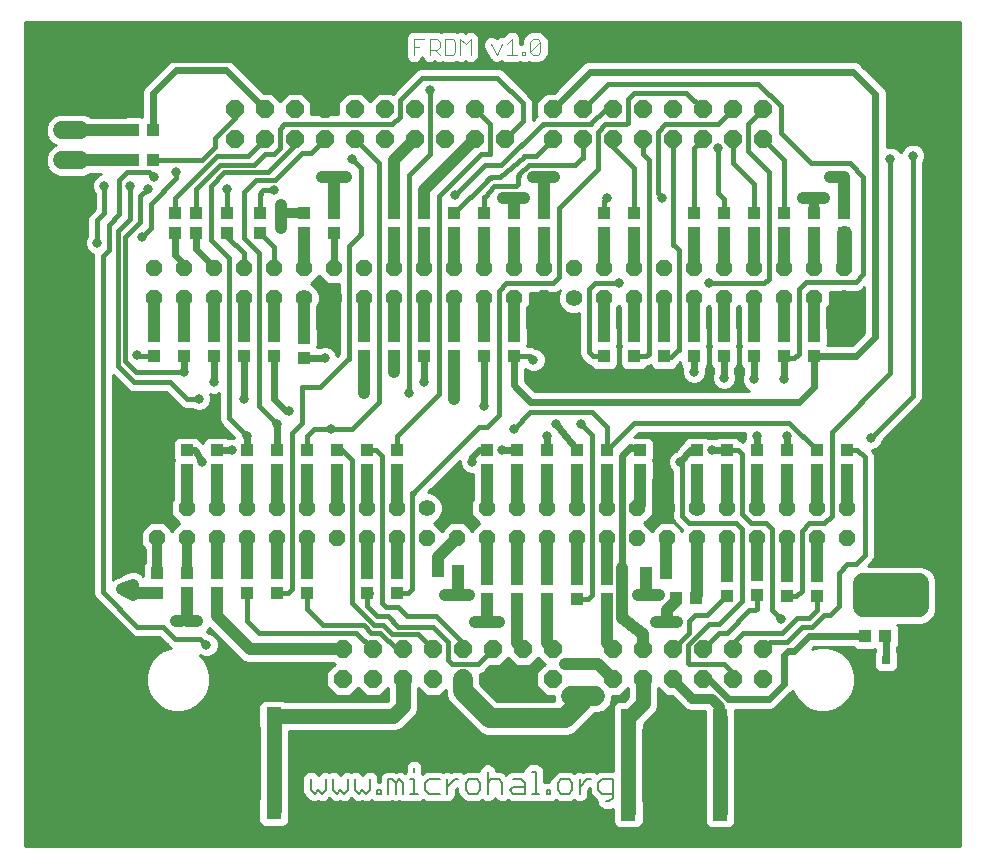
<source format=gtl>
G75*
%MOIN*%
%OFA0B0*%
%FSLAX25Y25*%
%IPPOS*%
%LPD*%
%AMOC8*
5,1,8,0,0,1.08239X$1,22.5*
%
%ADD10C,0.00600*%
%ADD11C,0.00400*%
%ADD12OC8,0.06000*%
%ADD13C,0.05600*%
%ADD14OC8,0.05600*%
%ADD15R,0.03150X0.03150*%
%ADD16R,0.04331X0.03937*%
%ADD17R,0.03937X0.04331*%
%ADD18R,0.05118X0.06102*%
%ADD19C,0.06000*%
%ADD20C,0.01600*%
%ADD21C,0.03175*%
%ADD22C,0.02400*%
%ADD23C,0.04000*%
%ADD24C,0.05000*%
%ADD25C,0.03200*%
%ADD26C,0.06600*%
%ADD27C,0.01000*%
D10*
X0100800Y0024534D02*
X0102034Y0023300D01*
X0103269Y0024534D01*
X0104503Y0023300D01*
X0105738Y0024534D01*
X0105738Y0028238D01*
X0108166Y0028238D02*
X0108166Y0024534D01*
X0109401Y0023300D01*
X0110635Y0024534D01*
X0111869Y0023300D01*
X0113104Y0024534D01*
X0113104Y0028238D01*
X0115533Y0028238D02*
X0115533Y0024534D01*
X0116767Y0023300D01*
X0118001Y0024534D01*
X0119236Y0023300D01*
X0120470Y0024534D01*
X0120470Y0028238D01*
X0122899Y0024534D02*
X0124133Y0024534D01*
X0124133Y0023300D01*
X0122899Y0023300D01*
X0122899Y0024534D01*
X0126582Y0023300D02*
X0126582Y0028238D01*
X0127816Y0028238D01*
X0129051Y0027003D01*
X0130285Y0028238D01*
X0131520Y0027003D01*
X0131520Y0023300D01*
X0133948Y0023300D02*
X0136417Y0023300D01*
X0135183Y0023300D02*
X0135183Y0028238D01*
X0133948Y0028238D01*
X0135183Y0030706D02*
X0135183Y0031941D01*
X0140094Y0028238D02*
X0138859Y0027003D01*
X0138859Y0024534D01*
X0140094Y0023300D01*
X0143797Y0023300D01*
X0146225Y0023300D02*
X0146225Y0028238D01*
X0143797Y0028238D02*
X0140094Y0028238D01*
X0146225Y0025769D02*
X0148694Y0028238D01*
X0149929Y0028238D01*
X0152364Y0027003D02*
X0152364Y0024534D01*
X0153598Y0023300D01*
X0156067Y0023300D01*
X0157302Y0024534D01*
X0157302Y0027003D01*
X0156067Y0028238D01*
X0153598Y0028238D01*
X0152364Y0027003D01*
X0159730Y0027003D02*
X0160965Y0028238D01*
X0163433Y0028238D01*
X0164668Y0027003D01*
X0164668Y0023300D01*
X0167097Y0024534D02*
X0168331Y0025769D01*
X0172034Y0025769D01*
X0172034Y0027003D02*
X0172034Y0023300D01*
X0168331Y0023300D01*
X0167097Y0024534D01*
X0168331Y0028238D02*
X0170800Y0028238D01*
X0172034Y0027003D01*
X0174463Y0023300D02*
X0176932Y0023300D01*
X0175697Y0023300D02*
X0175697Y0030706D01*
X0174463Y0030706D01*
X0179374Y0024534D02*
X0180608Y0024534D01*
X0180608Y0023300D01*
X0179374Y0023300D01*
X0179374Y0024534D01*
X0183057Y0024534D02*
X0183057Y0027003D01*
X0184291Y0028238D01*
X0186760Y0028238D01*
X0187994Y0027003D01*
X0187994Y0024534D01*
X0186760Y0023300D01*
X0184291Y0023300D01*
X0183057Y0024534D01*
X0190423Y0023300D02*
X0190423Y0028238D01*
X0192892Y0028238D02*
X0194126Y0028238D01*
X0192892Y0028238D02*
X0190423Y0025769D01*
X0196562Y0027003D02*
X0196562Y0024534D01*
X0197796Y0023300D01*
X0201499Y0023300D01*
X0201499Y0022066D02*
X0201499Y0028238D01*
X0197796Y0028238D01*
X0196562Y0027003D01*
X0199031Y0020831D02*
X0200265Y0020831D01*
X0201499Y0022066D01*
X0159730Y0023300D02*
X0159730Y0030706D01*
X0129051Y0027003D02*
X0129051Y0023300D01*
X0100800Y0024534D02*
X0100800Y0028238D01*
D11*
X0135200Y0269700D02*
X0135200Y0274904D01*
X0138670Y0274904D01*
X0140356Y0274904D02*
X0142959Y0274904D01*
X0143826Y0274037D01*
X0143826Y0272302D01*
X0142959Y0271435D01*
X0140356Y0271435D01*
X0140356Y0269700D02*
X0140356Y0274904D01*
X0136935Y0272302D02*
X0135200Y0272302D01*
X0142091Y0271435D02*
X0143826Y0269700D01*
X0145513Y0269700D02*
X0148115Y0269700D01*
X0148982Y0270567D01*
X0148982Y0274037D01*
X0148115Y0274904D01*
X0145513Y0274904D01*
X0145513Y0269700D01*
X0150669Y0269700D02*
X0150669Y0274904D01*
X0152404Y0273170D01*
X0154139Y0274904D01*
X0154139Y0269700D01*
X0160982Y0273170D02*
X0162717Y0269700D01*
X0164452Y0273170D01*
X0166138Y0273170D02*
X0167873Y0274904D01*
X0167873Y0269700D01*
X0166138Y0269700D02*
X0169608Y0269700D01*
X0171295Y0269700D02*
X0172162Y0269700D01*
X0172162Y0270567D01*
X0171295Y0270567D01*
X0171295Y0269700D01*
X0173873Y0270567D02*
X0177343Y0274037D01*
X0177343Y0270567D01*
X0176475Y0269700D01*
X0174740Y0269700D01*
X0173873Y0270567D01*
X0173873Y0274037D01*
X0174740Y0274904D01*
X0176475Y0274904D01*
X0177343Y0274037D01*
D12*
X0181500Y0251500D03*
X0181500Y0241500D03*
X0191500Y0241500D03*
X0191500Y0251500D03*
X0201500Y0251500D03*
X0201500Y0241500D03*
X0211500Y0241500D03*
X0211500Y0251500D03*
X0221500Y0251500D03*
X0221500Y0241500D03*
X0231500Y0241500D03*
X0231500Y0251500D03*
X0241500Y0251500D03*
X0241500Y0241500D03*
X0251500Y0241500D03*
X0251500Y0251500D03*
X0165500Y0251500D03*
X0165500Y0241500D03*
X0155500Y0241500D03*
X0155500Y0251500D03*
X0145500Y0251500D03*
X0145500Y0241500D03*
X0135500Y0241500D03*
X0135500Y0251500D03*
X0125500Y0251500D03*
X0125500Y0241500D03*
X0115500Y0241500D03*
X0115500Y0251500D03*
X0105500Y0251500D03*
X0105500Y0241500D03*
X0095500Y0241500D03*
X0095500Y0251500D03*
X0085500Y0251500D03*
X0085500Y0241500D03*
X0075500Y0241500D03*
X0075500Y0251500D03*
X0111500Y0071500D03*
X0121500Y0071500D03*
X0131500Y0071500D03*
X0141500Y0071500D03*
X0151500Y0071500D03*
X0151500Y0061500D03*
X0141500Y0061500D03*
X0131500Y0061500D03*
X0121500Y0061500D03*
X0111500Y0061500D03*
X0161500Y0061500D03*
X0171500Y0061500D03*
X0181500Y0061500D03*
X0181500Y0071500D03*
X0171500Y0071500D03*
X0161500Y0071500D03*
X0201500Y0071500D03*
X0211500Y0071500D03*
X0221500Y0071500D03*
X0231500Y0071500D03*
X0241500Y0071500D03*
X0251500Y0071500D03*
X0251500Y0061500D03*
X0241500Y0061500D03*
X0231500Y0061500D03*
X0221500Y0061500D03*
X0211500Y0061500D03*
X0201500Y0061500D03*
D13*
X0229500Y0118500D03*
X0188500Y0188500D03*
X0139500Y0118500D03*
X0098500Y0188500D03*
X0049500Y0118500D03*
X0278500Y0188500D03*
D14*
X0268500Y0188500D03*
X0258500Y0188500D03*
X0248500Y0188500D03*
X0248500Y0198500D03*
X0258500Y0198500D03*
X0268500Y0198500D03*
X0278500Y0198500D03*
X0238500Y0198500D03*
X0228500Y0198500D03*
X0218500Y0198500D03*
X0208500Y0198500D03*
X0198500Y0198500D03*
X0188500Y0198500D03*
X0178500Y0198500D03*
X0168500Y0198500D03*
X0158500Y0198500D03*
X0148500Y0198500D03*
X0148500Y0188500D03*
X0158500Y0188500D03*
X0168500Y0188500D03*
X0178500Y0188500D03*
X0198500Y0188500D03*
X0208500Y0188500D03*
X0218500Y0188500D03*
X0228500Y0188500D03*
X0238500Y0188500D03*
X0239500Y0118500D03*
X0249500Y0118500D03*
X0259500Y0118500D03*
X0269500Y0118500D03*
X0279500Y0118500D03*
X0279500Y0108500D03*
X0269500Y0108500D03*
X0259500Y0108500D03*
X0249500Y0108500D03*
X0239500Y0108500D03*
X0229500Y0108500D03*
X0219500Y0108500D03*
X0219500Y0118500D03*
X0209500Y0118500D03*
X0199500Y0118500D03*
X0189500Y0118500D03*
X0179500Y0118500D03*
X0169500Y0118500D03*
X0159500Y0118500D03*
X0149500Y0118500D03*
X0149500Y0108500D03*
X0139500Y0108500D03*
X0129500Y0108500D03*
X0119500Y0108500D03*
X0119500Y0118500D03*
X0129500Y0118500D03*
X0109500Y0118500D03*
X0099500Y0118500D03*
X0089500Y0118500D03*
X0079500Y0118500D03*
X0069500Y0118500D03*
X0059500Y0118500D03*
X0059500Y0108500D03*
X0049500Y0108500D03*
X0069500Y0108500D03*
X0079500Y0108500D03*
X0089500Y0108500D03*
X0099500Y0108500D03*
X0109500Y0108500D03*
X0159500Y0108500D03*
X0169500Y0108500D03*
X0179500Y0108500D03*
X0189500Y0108500D03*
X0199500Y0108500D03*
X0209500Y0108500D03*
X0138500Y0188500D03*
X0128500Y0188500D03*
X0118500Y0188500D03*
X0108500Y0188500D03*
X0108500Y0198500D03*
X0098500Y0198500D03*
X0088500Y0198500D03*
X0078500Y0198500D03*
X0068500Y0198500D03*
X0058500Y0198500D03*
X0048500Y0198500D03*
X0048500Y0188500D03*
X0058500Y0188500D03*
X0068500Y0188500D03*
X0078500Y0188500D03*
X0088500Y0188500D03*
X0118500Y0198500D03*
X0128500Y0198500D03*
X0138500Y0198500D03*
D15*
X0292500Y0067953D03*
X0292500Y0062047D03*
D16*
X0269500Y0089154D03*
X0269500Y0095846D03*
X0259500Y0095846D03*
X0259500Y0089154D03*
X0249500Y0089654D03*
X0249500Y0096346D03*
X0239500Y0095846D03*
X0239500Y0089154D03*
X0199500Y0088154D03*
X0199500Y0094846D03*
X0189500Y0094846D03*
X0189500Y0088154D03*
X0179500Y0088154D03*
X0179500Y0094846D03*
X0169500Y0094846D03*
X0169500Y0088154D03*
X0159500Y0088154D03*
X0159500Y0094846D03*
X0129500Y0096846D03*
X0129500Y0090154D03*
X0119500Y0090154D03*
X0119500Y0096846D03*
X0099500Y0096846D03*
X0099500Y0090154D03*
X0089500Y0090154D03*
X0089500Y0096846D03*
X0079500Y0096846D03*
X0079500Y0090154D03*
X0069500Y0090154D03*
X0069500Y0096846D03*
X0059500Y0096846D03*
X0059500Y0090154D03*
X0049500Y0090154D03*
X0049500Y0096846D03*
X0059500Y0131154D03*
X0059500Y0137846D03*
X0069500Y0137846D03*
X0069500Y0131154D03*
X0079500Y0131154D03*
X0079500Y0137846D03*
X0089500Y0137846D03*
X0089500Y0131154D03*
X0099500Y0131154D03*
X0099500Y0137846D03*
X0109500Y0137846D03*
X0109500Y0131154D03*
X0119500Y0131154D03*
X0119500Y0137846D03*
X0129500Y0137846D03*
X0129500Y0131154D03*
X0159500Y0131154D03*
X0159500Y0137846D03*
X0169500Y0137846D03*
X0169500Y0131154D03*
X0179500Y0131154D03*
X0179500Y0137846D03*
X0189500Y0137846D03*
X0189500Y0131154D03*
X0199500Y0131154D03*
X0199500Y0137846D03*
X0210500Y0137846D03*
X0210500Y0131154D03*
X0229500Y0131154D03*
X0229500Y0137846D03*
X0239500Y0137846D03*
X0239500Y0131154D03*
X0249500Y0131154D03*
X0249500Y0137846D03*
X0259500Y0137846D03*
X0259500Y0131154D03*
X0269500Y0131154D03*
X0269500Y0137846D03*
X0279500Y0137846D03*
X0279500Y0131154D03*
X0268500Y0169154D03*
X0268500Y0175846D03*
X0258500Y0175846D03*
X0258500Y0169154D03*
X0248500Y0169154D03*
X0248500Y0175846D03*
X0238500Y0175846D03*
X0238500Y0169154D03*
X0228500Y0169154D03*
X0228500Y0175846D03*
X0218500Y0175846D03*
X0218500Y0169154D03*
X0208500Y0169154D03*
X0208500Y0175846D03*
X0198500Y0175846D03*
X0198500Y0169154D03*
X0168500Y0169154D03*
X0168500Y0175846D03*
X0158500Y0175846D03*
X0158500Y0169154D03*
X0148500Y0169154D03*
X0148500Y0175846D03*
X0138500Y0175846D03*
X0138500Y0169154D03*
X0128500Y0169154D03*
X0128500Y0175846D03*
X0118500Y0175846D03*
X0118500Y0169154D03*
X0098500Y0168654D03*
X0098500Y0175346D03*
X0088500Y0175846D03*
X0088500Y0169154D03*
X0078500Y0169154D03*
X0078500Y0175846D03*
X0068500Y0175846D03*
X0068500Y0169154D03*
X0058500Y0169154D03*
X0058500Y0175846D03*
X0048500Y0175846D03*
X0048500Y0169154D03*
X0055500Y0210154D03*
X0055500Y0216846D03*
X0062500Y0216846D03*
X0062500Y0210154D03*
X0073000Y0210154D03*
X0073000Y0216846D03*
X0084000Y0216846D03*
X0084000Y0210154D03*
X0098500Y0210154D03*
X0098500Y0216846D03*
X0108500Y0216846D03*
X0108500Y0210154D03*
X0128500Y0210154D03*
X0128500Y0216846D03*
X0138500Y0216846D03*
X0138500Y0210154D03*
X0148500Y0210154D03*
X0148500Y0216846D03*
X0158500Y0216846D03*
X0158500Y0210154D03*
X0168500Y0210154D03*
X0168500Y0216846D03*
X0178500Y0216846D03*
X0178500Y0210154D03*
X0198500Y0210154D03*
X0198500Y0216846D03*
X0208500Y0216846D03*
X0208500Y0210154D03*
X0228500Y0210154D03*
X0228500Y0216846D03*
X0238500Y0216846D03*
X0238500Y0210154D03*
X0248500Y0210154D03*
X0248500Y0216846D03*
X0258500Y0216846D03*
X0258500Y0210154D03*
X0268500Y0210154D03*
X0268500Y0216846D03*
X0278500Y0216846D03*
X0278500Y0210154D03*
D17*
X0219346Y0097000D03*
X0212654Y0097000D03*
X0222654Y0088500D03*
X0229346Y0088500D03*
X0285654Y0076000D03*
X0292346Y0076000D03*
X0149846Y0097500D03*
X0143154Y0097500D03*
X0048346Y0234500D03*
X0041654Y0234500D03*
X0041654Y0244500D03*
X0048346Y0244500D03*
D18*
X0070642Y0049150D03*
X0088358Y0049150D03*
X0088358Y0017850D03*
X0070642Y0017850D03*
X0206642Y0017350D03*
X0224358Y0017350D03*
X0237142Y0017350D03*
X0254858Y0017350D03*
X0254858Y0048650D03*
X0237142Y0048650D03*
X0224358Y0048650D03*
X0206642Y0048650D03*
D19*
X0024000Y0224500D02*
X0018000Y0224500D01*
X0018000Y0234500D02*
X0024000Y0234500D01*
X0024000Y0244500D02*
X0018000Y0244500D01*
D20*
X0032000Y0226000D02*
X0032000Y0217000D01*
X0029500Y0214500D01*
X0029500Y0207000D01*
X0033500Y0204500D02*
X0031500Y0202500D01*
X0031500Y0090500D01*
X0043000Y0079000D01*
X0051500Y0079000D01*
X0055500Y0075000D01*
X0064000Y0075000D01*
X0066000Y0073000D01*
X0079500Y0081000D02*
X0079500Y0090154D01*
X0079500Y0081000D02*
X0083500Y0077000D01*
X0116000Y0077000D01*
X0121500Y0071500D01*
X0121000Y0077000D02*
X0118500Y0079500D01*
X0105000Y0079500D01*
X0099500Y0085000D01*
X0099500Y0090154D01*
X0094500Y0091500D02*
X0094500Y0143500D01*
X0098000Y0147000D01*
X0098000Y0159000D01*
X0103586Y0159000D01*
X0104293Y0159293D02*
X0113207Y0168207D01*
X0113500Y0168914D02*
X0113500Y0206000D01*
X0117207Y0209707D01*
X0117500Y0210414D02*
X0117500Y0232000D01*
X0114500Y0235000D01*
X0115500Y0241500D02*
X0123500Y0233500D01*
X0123500Y0154000D01*
X0114500Y0145000D01*
X0107500Y0145000D01*
X0102000Y0145000D01*
X0099500Y0142500D01*
X0099500Y0137846D01*
X0109500Y0137846D02*
X0111154Y0137846D01*
X0114500Y0134500D01*
X0114500Y0087000D01*
X0122000Y0079500D01*
X0125000Y0079500D01*
X0128000Y0076500D01*
X0136500Y0076500D01*
X0141500Y0071500D01*
X0146500Y0074000D02*
X0141500Y0079000D01*
X0130000Y0079000D01*
X0126500Y0082500D01*
X0123000Y0082500D01*
X0119500Y0086000D01*
X0119500Y0090154D01*
X0120846Y0090154D01*
X0124500Y0087000D02*
X0126000Y0085500D01*
X0130000Y0085500D01*
X0133000Y0082500D01*
X0142500Y0082500D01*
X0151500Y0073500D01*
X0151500Y0071500D01*
X0146500Y0074000D02*
X0146500Y0068000D01*
X0148000Y0066500D01*
X0156500Y0066500D01*
X0161500Y0071500D01*
X0189500Y0088154D02*
X0193154Y0088154D01*
X0194500Y0089500D01*
X0194500Y0143000D01*
X0191000Y0146500D01*
X0194500Y0150500D02*
X0199500Y0145500D01*
X0199500Y0137846D01*
X0208654Y0147000D01*
X0260346Y0147000D01*
X0269500Y0137846D01*
X0274500Y0144000D02*
X0294000Y0163500D01*
X0294000Y0235000D01*
X0301500Y0236000D02*
X0301500Y0156000D01*
X0287500Y0142000D01*
X0283000Y0138000D02*
X0285500Y0135500D01*
X0285500Y0103000D01*
X0282500Y0100000D01*
X0279500Y0100000D01*
X0277000Y0097000D01*
X0277000Y0086000D01*
X0274000Y0083000D01*
X0272000Y0083000D01*
X0268000Y0079000D01*
X0264500Y0079000D01*
X0259500Y0074000D01*
X0254000Y0074000D01*
X0251500Y0071500D01*
X0245000Y0077000D02*
X0258000Y0077000D01*
X0263000Y0082000D01*
X0267000Y0082000D01*
X0269500Y0084500D01*
X0269500Y0089154D01*
X0264500Y0091000D02*
X0262654Y0089154D01*
X0259500Y0089154D01*
X0264500Y0091000D02*
X0264500Y0111000D01*
X0267000Y0113500D01*
X0272000Y0113500D01*
X0274500Y0116000D01*
X0274500Y0144000D01*
X0279654Y0138000D02*
X0279500Y0137846D01*
X0279654Y0138000D02*
X0283000Y0138000D01*
X0254500Y0111500D02*
X0252500Y0113500D01*
X0247500Y0113500D01*
X0244500Y0116500D01*
X0244500Y0136500D01*
X0243154Y0137846D01*
X0239500Y0137846D01*
X0224500Y0134000D02*
X0224500Y0116000D01*
X0227000Y0113500D01*
X0242500Y0113500D01*
X0244500Y0111500D01*
X0244500Y0087500D01*
X0237000Y0080000D01*
X0233500Y0080000D01*
X0226500Y0073000D01*
X0226500Y0067000D01*
X0227000Y0066500D01*
X0238500Y0066500D01*
X0241500Y0063500D01*
X0241500Y0061500D01*
X0241500Y0071500D02*
X0241500Y0073500D01*
X0245000Y0077000D01*
X0239500Y0077000D02*
X0247000Y0084500D01*
X0249000Y0084500D01*
X0249500Y0085000D01*
X0249500Y0089654D01*
X0254500Y0084500D02*
X0257500Y0081500D01*
X0254500Y0084500D02*
X0254500Y0111500D01*
X0239500Y0089154D02*
X0239154Y0089154D01*
X0233000Y0083000D01*
X0229000Y0083000D01*
X0227000Y0081000D01*
X0227000Y0077000D01*
X0221500Y0071500D01*
X0231500Y0071500D02*
X0237000Y0077000D01*
X0239500Y0077000D01*
X0239500Y0088500D02*
X0239500Y0089154D01*
X0224500Y0134000D02*
X0224000Y0134000D01*
X0194500Y0150500D02*
X0174000Y0150500D01*
X0168500Y0145000D01*
X0163500Y0149500D02*
X0163500Y0191000D01*
X0166000Y0193500D01*
X0181500Y0193500D01*
X0183500Y0195500D01*
X0183500Y0218500D01*
X0196500Y0231500D01*
X0196500Y0244000D01*
X0199000Y0246500D01*
X0206000Y0246500D01*
X0206500Y0247000D01*
X0206500Y0255000D01*
X0208500Y0257000D01*
X0226000Y0257000D01*
X0231500Y0251500D01*
X0236500Y0246500D02*
X0241500Y0251500D01*
X0236500Y0246500D02*
X0219000Y0246500D01*
X0216500Y0244000D01*
X0216500Y0223500D01*
X0218000Y0222000D01*
X0208500Y0216846D02*
X0208500Y0232000D01*
X0201500Y0239000D01*
X0201500Y0241500D01*
X0194293Y0246793D02*
X0198707Y0251207D01*
X0199414Y0251500D02*
X0201500Y0251500D01*
X0199414Y0251500D02*
X0199354Y0251498D01*
X0199293Y0251493D01*
X0199234Y0251484D01*
X0199175Y0251471D01*
X0199116Y0251455D01*
X0199059Y0251435D01*
X0199004Y0251412D01*
X0198949Y0251385D01*
X0198897Y0251356D01*
X0198846Y0251323D01*
X0198797Y0251287D01*
X0198751Y0251249D01*
X0198707Y0251207D01*
X0194293Y0246793D02*
X0194249Y0246751D01*
X0194203Y0246713D01*
X0194154Y0246677D01*
X0194103Y0246644D01*
X0194051Y0246615D01*
X0193996Y0246588D01*
X0193941Y0246565D01*
X0193884Y0246545D01*
X0193825Y0246529D01*
X0193766Y0246516D01*
X0193707Y0246507D01*
X0193646Y0246502D01*
X0193586Y0246500D01*
X0178414Y0246500D01*
X0177707Y0246207D02*
X0164293Y0232793D01*
X0158793Y0232793D01*
X0149000Y0223000D01*
X0143500Y0222500D02*
X0157500Y0236500D01*
X0160500Y0236500D01*
X0160500Y0246500D01*
X0155500Y0251500D01*
X0165500Y0241500D02*
X0171500Y0247500D01*
X0171500Y0253500D01*
X0163000Y0262000D01*
X0138000Y0262000D01*
X0130500Y0254500D01*
X0130500Y0249000D01*
X0128000Y0246500D01*
X0092000Y0246500D01*
X0090500Y0245000D01*
X0090500Y0238500D01*
X0088500Y0236500D01*
X0085500Y0236500D01*
X0082000Y0233000D01*
X0070500Y0233000D01*
X0062500Y0225000D01*
X0062500Y0216846D01*
X0055500Y0216846D02*
X0055500Y0222000D01*
X0069500Y0236000D01*
X0080000Y0236000D01*
X0085500Y0241500D01*
X0095500Y0241500D02*
X0095500Y0239500D01*
X0086500Y0230500D01*
X0072000Y0230500D01*
X0067500Y0226000D01*
X0067500Y0208000D01*
X0073500Y0202000D01*
X0073500Y0148500D01*
X0079500Y0142500D01*
X0089500Y0146500D02*
X0083500Y0152500D01*
X0083500Y0203500D01*
X0078500Y0208500D01*
X0078500Y0224000D01*
X0082500Y0228000D01*
X0089000Y0228000D01*
X0098000Y0237000D01*
X0101000Y0237000D01*
X0105500Y0241500D01*
X0088500Y0224500D02*
X0085000Y0224500D01*
X0084293Y0223793D01*
X0084000Y0223086D02*
X0084000Y0216846D01*
X0084000Y0210154D02*
X0088500Y0205654D01*
X0088500Y0198500D01*
X0078500Y0198500D02*
X0078500Y0203500D01*
X0073000Y0209000D01*
X0073000Y0210154D01*
X0073000Y0216846D02*
X0073000Y0225000D01*
X0064500Y0234500D02*
X0069000Y0239000D01*
X0069000Y0242000D01*
X0075500Y0248500D01*
X0075500Y0251500D01*
X0064500Y0234500D02*
X0048346Y0234500D01*
X0047000Y0230500D02*
X0039500Y0230500D01*
X0037000Y0228000D01*
X0037000Y0216500D01*
X0033500Y0213000D01*
X0033500Y0204500D01*
X0039000Y0209000D02*
X0044000Y0214000D01*
X0044000Y0222500D01*
X0046500Y0225000D01*
X0048500Y0229000D02*
X0047000Y0230500D01*
X0040500Y0226000D02*
X0040500Y0215000D01*
X0036500Y0211000D01*
X0036500Y0166000D01*
X0042000Y0160500D01*
X0054000Y0160500D01*
X0059500Y0155000D01*
X0063500Y0155000D01*
X0058500Y0164000D02*
X0042500Y0164000D01*
X0039000Y0167500D01*
X0039000Y0209000D01*
X0044500Y0209000D02*
X0047500Y0212000D01*
X0047500Y0220000D01*
X0056000Y0228500D01*
X0056000Y0230500D01*
X0084000Y0223086D02*
X0084002Y0223146D01*
X0084007Y0223207D01*
X0084016Y0223266D01*
X0084029Y0223325D01*
X0084045Y0223384D01*
X0084065Y0223441D01*
X0084088Y0223496D01*
X0084115Y0223551D01*
X0084144Y0223603D01*
X0084177Y0223654D01*
X0084213Y0223703D01*
X0084251Y0223749D01*
X0084293Y0223793D01*
X0117500Y0210414D02*
X0117498Y0210354D01*
X0117493Y0210293D01*
X0117484Y0210234D01*
X0117471Y0210175D01*
X0117455Y0210116D01*
X0117435Y0210059D01*
X0117412Y0210004D01*
X0117385Y0209949D01*
X0117356Y0209897D01*
X0117323Y0209846D01*
X0117287Y0209797D01*
X0117249Y0209751D01*
X0117207Y0209707D01*
X0128500Y0216500D02*
X0128500Y0216846D01*
X0133500Y0229500D02*
X0140500Y0236500D01*
X0140500Y0258000D01*
X0133500Y0229500D02*
X0133500Y0157000D01*
X0143500Y0156500D02*
X0143500Y0222500D01*
X0148500Y0216846D02*
X0159361Y0227707D01*
X0161568Y0229000D02*
X0164000Y0229000D01*
X0171707Y0235707D01*
X0172414Y0236000D02*
X0175586Y0236000D01*
X0176293Y0236293D02*
X0181500Y0241500D01*
X0178414Y0246500D02*
X0178354Y0246498D01*
X0178293Y0246493D01*
X0178234Y0246484D01*
X0178175Y0246471D01*
X0178116Y0246455D01*
X0178059Y0246435D01*
X0178004Y0246412D01*
X0177949Y0246385D01*
X0177897Y0246356D01*
X0177846Y0246323D01*
X0177797Y0246287D01*
X0177751Y0246249D01*
X0177707Y0246207D01*
X0176293Y0236293D02*
X0176249Y0236251D01*
X0176203Y0236213D01*
X0176154Y0236177D01*
X0176103Y0236144D01*
X0176051Y0236115D01*
X0175996Y0236088D01*
X0175941Y0236065D01*
X0175884Y0236045D01*
X0175825Y0236029D01*
X0175766Y0236016D01*
X0175707Y0236007D01*
X0175646Y0236002D01*
X0175586Y0236000D01*
X0172414Y0236000D02*
X0172354Y0235998D01*
X0172293Y0235993D01*
X0172234Y0235984D01*
X0172175Y0235971D01*
X0172116Y0235955D01*
X0172059Y0235935D01*
X0172004Y0235912D01*
X0171949Y0235885D01*
X0171897Y0235856D01*
X0171846Y0235823D01*
X0171797Y0235787D01*
X0171751Y0235749D01*
X0171707Y0235707D01*
X0173500Y0233000D02*
X0188586Y0233000D01*
X0189293Y0233293D02*
X0191207Y0235207D01*
X0191500Y0235914D02*
X0191500Y0241500D01*
X0191500Y0235914D02*
X0191498Y0235854D01*
X0191493Y0235793D01*
X0191484Y0235734D01*
X0191471Y0235675D01*
X0191455Y0235616D01*
X0191435Y0235559D01*
X0191412Y0235504D01*
X0191385Y0235449D01*
X0191356Y0235397D01*
X0191323Y0235346D01*
X0191287Y0235297D01*
X0191249Y0235251D01*
X0191207Y0235207D01*
X0189293Y0233293D02*
X0189249Y0233251D01*
X0189203Y0233213D01*
X0189154Y0233177D01*
X0189103Y0233144D01*
X0189051Y0233115D01*
X0188996Y0233088D01*
X0188941Y0233065D01*
X0188884Y0233045D01*
X0188825Y0233029D01*
X0188766Y0233016D01*
X0188707Y0233007D01*
X0188646Y0233002D01*
X0188586Y0233000D01*
X0199500Y0222000D02*
X0198500Y0221000D01*
X0198500Y0216846D01*
X0213500Y0234500D02*
X0211500Y0236500D01*
X0211500Y0241500D01*
X0213500Y0234500D02*
X0213500Y0170000D01*
X0212654Y0169154D01*
X0208500Y0169154D01*
X0198500Y0169154D02*
X0194846Y0169154D01*
X0193500Y0170500D01*
X0193500Y0191500D01*
X0195500Y0193500D01*
X0203500Y0193500D01*
X0221793Y0206207D02*
X0223500Y0204500D01*
X0223500Y0171914D01*
X0223207Y0171207D02*
X0221000Y0169000D01*
X0218871Y0169000D01*
X0218830Y0169002D01*
X0218789Y0169006D01*
X0218749Y0169014D01*
X0218709Y0169026D01*
X0218670Y0169040D01*
X0218633Y0169057D01*
X0218597Y0169077D01*
X0218563Y0169100D01*
X0218531Y0169126D01*
X0218500Y0169153D01*
X0223207Y0171207D02*
X0223249Y0171251D01*
X0223287Y0171297D01*
X0223323Y0171346D01*
X0223356Y0171397D01*
X0223385Y0171449D01*
X0223412Y0171504D01*
X0223435Y0171559D01*
X0223455Y0171616D01*
X0223471Y0171675D01*
X0223484Y0171734D01*
X0223493Y0171793D01*
X0223498Y0171854D01*
X0223500Y0171914D01*
X0233500Y0193500D02*
X0252000Y0193500D01*
X0253500Y0195000D01*
X0253500Y0230500D01*
X0246500Y0237500D01*
X0246500Y0246500D01*
X0251500Y0251500D01*
X0257500Y0252500D02*
X0257500Y0243500D01*
X0267500Y0233500D01*
X0280500Y0233500D01*
X0285000Y0229000D01*
X0285000Y0196500D01*
X0282500Y0194000D01*
X0266000Y0194000D01*
X0263500Y0191500D01*
X0263500Y0170000D01*
X0262000Y0168500D01*
X0258500Y0168500D01*
X0221793Y0206207D02*
X0221751Y0206251D01*
X0221713Y0206297D01*
X0221677Y0206346D01*
X0221644Y0206397D01*
X0221615Y0206449D01*
X0221588Y0206504D01*
X0221565Y0206559D01*
X0221545Y0206616D01*
X0221529Y0206675D01*
X0221516Y0206734D01*
X0221507Y0206793D01*
X0221502Y0206854D01*
X0221500Y0206914D01*
X0221500Y0241500D01*
X0228500Y0238500D02*
X0231500Y0241500D01*
X0228500Y0238500D02*
X0228500Y0216846D01*
X0238500Y0216846D02*
X0238500Y0221500D01*
X0236500Y0223500D01*
X0236500Y0238500D01*
X0241500Y0241500D02*
X0241500Y0233500D01*
X0248500Y0226500D01*
X0248500Y0216846D01*
X0258500Y0216846D02*
X0258500Y0234500D01*
X0251500Y0241500D01*
X0257500Y0252500D02*
X0250000Y0260000D01*
X0200000Y0260000D01*
X0191500Y0251500D01*
X0173500Y0233000D02*
X0170293Y0229793D01*
X0170000Y0229086D02*
X0170000Y0226500D01*
X0169293Y0225793D01*
X0168586Y0226000D02*
X0162000Y0226000D01*
X0158793Y0222293D01*
X0158500Y0221586D02*
X0158500Y0216846D01*
X0158500Y0221586D02*
X0158502Y0221646D01*
X0158507Y0221707D01*
X0158516Y0221766D01*
X0158529Y0221825D01*
X0158545Y0221884D01*
X0158565Y0221941D01*
X0158588Y0221996D01*
X0158615Y0222051D01*
X0158644Y0222103D01*
X0158677Y0222154D01*
X0158713Y0222203D01*
X0158751Y0222249D01*
X0158793Y0222293D01*
X0159361Y0227707D02*
X0159431Y0227797D01*
X0159505Y0227884D01*
X0159581Y0227969D01*
X0159660Y0228051D01*
X0159742Y0228130D01*
X0159827Y0228207D01*
X0159914Y0228280D01*
X0160004Y0228351D01*
X0160096Y0228418D01*
X0160190Y0228482D01*
X0160287Y0228543D01*
X0160385Y0228601D01*
X0160486Y0228655D01*
X0160588Y0228706D01*
X0160692Y0228754D01*
X0160797Y0228797D01*
X0160904Y0228837D01*
X0161012Y0228874D01*
X0161121Y0228907D01*
X0161232Y0228935D01*
X0161343Y0228961D01*
X0161455Y0228982D01*
X0161568Y0229000D01*
X0168585Y0226000D02*
X0168632Y0225965D01*
X0168680Y0225932D01*
X0168730Y0225903D01*
X0168782Y0225877D01*
X0168836Y0225854D01*
X0168891Y0225834D01*
X0168946Y0225818D01*
X0169003Y0225805D01*
X0169060Y0225796D01*
X0169118Y0225790D01*
X0169176Y0225787D01*
X0169235Y0225788D01*
X0169293Y0225793D01*
X0170000Y0229086D02*
X0170002Y0229146D01*
X0170007Y0229207D01*
X0170016Y0229266D01*
X0170029Y0229325D01*
X0170045Y0229384D01*
X0170065Y0229441D01*
X0170088Y0229496D01*
X0170115Y0229551D01*
X0170144Y0229603D01*
X0170177Y0229654D01*
X0170213Y0229703D01*
X0170251Y0229749D01*
X0170293Y0229793D01*
X0168500Y0169154D02*
X0173846Y0169154D01*
X0175000Y0168000D01*
X0163500Y0149500D02*
X0159500Y0145500D01*
X0157000Y0145500D01*
X0135293Y0123793D01*
X0134586Y0123500D02*
X0134500Y0123500D01*
X0134500Y0091500D01*
X0133154Y0090154D01*
X0129500Y0090154D01*
X0124500Y0087000D02*
X0124500Y0136000D01*
X0122654Y0137846D01*
X0119500Y0137846D01*
X0129500Y0137846D02*
X0129500Y0142500D01*
X0143500Y0156500D01*
X0113500Y0168914D02*
X0113498Y0168854D01*
X0113493Y0168793D01*
X0113484Y0168734D01*
X0113471Y0168675D01*
X0113455Y0168616D01*
X0113435Y0168559D01*
X0113412Y0168504D01*
X0113385Y0168449D01*
X0113356Y0168397D01*
X0113323Y0168346D01*
X0113287Y0168297D01*
X0113249Y0168251D01*
X0113207Y0168207D01*
X0104293Y0159293D02*
X0104249Y0159251D01*
X0104203Y0159213D01*
X0104154Y0159177D01*
X0104103Y0159144D01*
X0104051Y0159115D01*
X0103996Y0159088D01*
X0103941Y0159065D01*
X0103884Y0159045D01*
X0103825Y0159029D01*
X0103766Y0159016D01*
X0103707Y0159007D01*
X0103646Y0159002D01*
X0103586Y0159000D01*
X0134586Y0123500D02*
X0134646Y0123502D01*
X0134707Y0123507D01*
X0134766Y0123516D01*
X0134825Y0123529D01*
X0134884Y0123545D01*
X0134941Y0123565D01*
X0134996Y0123588D01*
X0135051Y0123615D01*
X0135103Y0123644D01*
X0135154Y0123677D01*
X0135203Y0123713D01*
X0135249Y0123751D01*
X0135293Y0123793D01*
X0094500Y0091500D02*
X0093154Y0090154D01*
X0089500Y0090154D01*
X0059500Y0090154D02*
X0058846Y0089500D01*
X0058500Y0089500D01*
X0121000Y0077000D02*
X0124000Y0077000D01*
X0129500Y0071500D01*
X0131500Y0071500D01*
X0048500Y0169154D02*
X0043346Y0169154D01*
X0043310Y0169156D01*
X0043274Y0169162D01*
X0043239Y0169171D01*
X0043205Y0169184D01*
X0043173Y0169200D01*
X0043143Y0169220D01*
X0043114Y0169243D01*
X0043089Y0169268D01*
X0043066Y0169297D01*
X0043046Y0169327D01*
X0043030Y0169359D01*
X0043017Y0169393D01*
X0043008Y0169428D01*
X0043002Y0169464D01*
X0043000Y0169500D01*
D21*
X0043000Y0169500D03*
X0058500Y0164000D03*
X0063500Y0155000D03*
X0068500Y0160500D03*
X0078500Y0155000D03*
X0089500Y0146500D03*
X0093500Y0151000D03*
X0079500Y0142500D03*
X0074500Y0138000D03*
X0064500Y0134000D03*
X0105500Y0168500D03*
X0118500Y0157000D03*
X0128500Y0164000D03*
X0133500Y0157000D03*
X0138500Y0160500D03*
X0148500Y0155000D03*
X0158500Y0152500D03*
X0168500Y0145000D03*
X0164500Y0138000D03*
X0154500Y0134000D03*
X0179500Y0142500D03*
X0182500Y0146500D03*
X0191000Y0146500D03*
X0175000Y0168000D03*
X0203500Y0193500D03*
X0233500Y0193500D03*
X0228500Y0164000D03*
X0238500Y0162000D03*
X0248500Y0161500D03*
X0258500Y0161500D03*
X0259500Y0142500D03*
X0249500Y0142500D03*
X0234500Y0138000D03*
X0224000Y0134000D03*
X0217000Y0089500D03*
X0213500Y0089500D03*
X0210000Y0089500D03*
X0216000Y0080500D03*
X0219500Y0080500D03*
X0223000Y0080500D03*
X0195500Y0056000D03*
X0191500Y0056000D03*
X0187500Y0056000D03*
X0185500Y0066500D03*
X0163494Y0080603D03*
X0159494Y0080603D03*
X0155494Y0080603D03*
X0153500Y0089500D03*
X0149500Y0089500D03*
X0145500Y0089500D03*
X0107500Y0145000D03*
X0041500Y0093000D03*
X0041500Y0089500D03*
X0038000Y0091500D03*
X0056005Y0080931D03*
X0059505Y0080931D03*
X0063005Y0080931D03*
X0066000Y0073000D03*
X0206642Y0028000D03*
X0224500Y0028000D03*
X0237142Y0028000D03*
X0254858Y0028000D03*
X0268500Y0028000D03*
X0268510Y0047058D03*
X0291250Y0056250D03*
X0285000Y0085500D03*
X0285000Y0089500D03*
X0285000Y0093500D03*
X0303500Y0093500D03*
X0303500Y0089500D03*
X0303500Y0085500D03*
X0257500Y0081500D03*
X0287500Y0142000D03*
X0272000Y0222000D03*
X0268500Y0222000D03*
X0265000Y0222000D03*
X0274000Y0229000D03*
X0278500Y0229000D03*
X0294000Y0235000D03*
X0301500Y0236000D03*
X0236500Y0238500D03*
X0218000Y0222000D03*
X0199500Y0222000D03*
X0182000Y0229000D03*
X0178500Y0229000D03*
X0175000Y0229000D03*
X0172000Y0222000D03*
X0168500Y0222000D03*
X0165000Y0222000D03*
X0149000Y0223000D03*
X0114500Y0235000D03*
X0112500Y0229000D03*
X0108500Y0229000D03*
X0104500Y0229000D03*
X0091000Y0219500D03*
X0091000Y0216000D03*
X0091000Y0212000D03*
X0088500Y0224500D03*
X0073000Y0225000D03*
X0056000Y0230500D03*
X0048500Y0229000D03*
X0046500Y0225000D03*
X0040500Y0226000D03*
X0032000Y0226000D03*
X0044500Y0209000D03*
X0029500Y0207000D03*
X0140500Y0258000D03*
D22*
X0181500Y0251500D02*
X0194000Y0264000D01*
X0281500Y0264000D01*
X0289000Y0256500D01*
X0289000Y0175500D01*
X0282654Y0169154D01*
X0268500Y0169154D01*
X0268500Y0159000D01*
X0263500Y0154000D01*
X0174000Y0154000D01*
X0168500Y0159500D01*
X0168500Y0169154D01*
X0158500Y0169154D02*
X0158500Y0152500D01*
X0159500Y0137846D02*
X0156846Y0137846D01*
X0154500Y0135500D01*
X0154500Y0134000D01*
X0164500Y0138000D02*
X0169500Y0138000D01*
X0169500Y0137846D01*
X0179500Y0137846D02*
X0179500Y0142500D01*
X0182500Y0146500D02*
X0189500Y0137846D01*
X0204500Y0136000D02*
X0207346Y0138846D01*
X0210500Y0137846D01*
X0204500Y0136000D02*
X0204500Y0098500D01*
X0224000Y0134000D02*
X0227346Y0137846D01*
X0229500Y0137846D01*
X0234500Y0138000D02*
X0239346Y0138000D01*
X0239500Y0137846D01*
X0249500Y0137846D02*
X0249500Y0142500D01*
X0259500Y0142500D02*
X0259500Y0137846D01*
X0258500Y0161500D02*
X0258500Y0168500D01*
X0258500Y0169154D01*
X0248500Y0169154D02*
X0248500Y0161500D01*
X0238500Y0162000D02*
X0238500Y0169154D01*
X0228500Y0169154D02*
X0228500Y0164000D01*
X0138500Y0160500D02*
X0138500Y0169154D01*
X0105346Y0168654D02*
X0098500Y0168654D01*
X0105346Y0168654D02*
X0105368Y0168652D01*
X0105389Y0168648D01*
X0105410Y0168640D01*
X0105429Y0168630D01*
X0105447Y0168616D01*
X0105462Y0168601D01*
X0105476Y0168583D01*
X0105486Y0168564D01*
X0105494Y0168543D01*
X0105498Y0168522D01*
X0105500Y0168500D01*
X0088500Y0169154D02*
X0088500Y0155000D01*
X0092500Y0151000D01*
X0093500Y0151000D01*
X0089500Y0146500D02*
X0089500Y0137846D01*
X0079500Y0137846D02*
X0079500Y0142500D01*
X0074500Y0138000D02*
X0069654Y0138000D01*
X0069500Y0137846D01*
X0064500Y0134000D02*
X0062154Y0137846D01*
X0059500Y0137846D01*
X0078500Y0155000D02*
X0078500Y0169154D01*
X0068500Y0169154D02*
X0068500Y0160500D01*
X0058500Y0164000D02*
X0058500Y0169154D01*
X0058500Y0198500D02*
X0058500Y0200000D01*
X0055500Y0203000D01*
X0055500Y0210154D01*
X0062500Y0210154D02*
X0062500Y0205000D01*
X0068500Y0199000D01*
X0068500Y0198500D01*
X0108500Y0198500D02*
X0108500Y0210154D01*
X0085500Y0251500D02*
X0072500Y0264500D01*
X0056000Y0264500D01*
X0048346Y0256846D01*
X0048346Y0244500D01*
X0231500Y0061500D02*
X0233500Y0061500D01*
X0240000Y0055000D01*
X0253500Y0055000D01*
X0258500Y0060000D01*
X0258500Y0069500D01*
X0260000Y0071000D01*
X0262000Y0071000D01*
X0267000Y0076000D01*
X0285654Y0076000D01*
X0292346Y0076000D02*
X0292500Y0075846D01*
X0292500Y0067953D01*
X0292500Y0062047D02*
X0292500Y0057500D01*
X0291250Y0056250D01*
X0254858Y0017350D02*
X0254858Y0012858D01*
X0252500Y0010500D01*
X0227000Y0010500D01*
X0224358Y0013142D01*
X0224358Y0017350D01*
D23*
X0201500Y0061500D02*
X0196500Y0066500D01*
X0185500Y0066500D01*
X0181500Y0071500D02*
X0179500Y0073500D01*
X0179500Y0088154D01*
X0179500Y0094846D02*
X0179500Y0108500D01*
X0169500Y0108500D02*
X0169500Y0094846D01*
X0169500Y0088154D02*
X0169500Y0073500D01*
X0171500Y0071500D01*
X0163494Y0080603D02*
X0159500Y0080603D01*
X0159494Y0080603D01*
X0155494Y0080603D01*
X0159500Y0080603D02*
X0159500Y0088154D01*
X0153500Y0089500D02*
X0149846Y0089500D01*
X0149500Y0089500D01*
X0145500Y0089500D01*
X0149846Y0089500D02*
X0149846Y0097500D01*
X0143154Y0097500D02*
X0143154Y0102154D01*
X0149500Y0108500D01*
X0159500Y0108500D02*
X0159500Y0094846D01*
X0159500Y0118500D02*
X0159500Y0131154D01*
X0169500Y0131154D02*
X0169500Y0118500D01*
X0179500Y0118500D02*
X0179500Y0131154D01*
X0189500Y0131154D02*
X0189500Y0118500D01*
X0199500Y0118500D02*
X0199500Y0131154D01*
X0210500Y0131154D02*
X0210500Y0119500D01*
X0209500Y0118500D01*
X0219346Y0108500D02*
X0219500Y0108500D01*
X0219346Y0108500D02*
X0219346Y0097000D01*
X0212654Y0097000D02*
X0212654Y0090346D01*
X0213500Y0089500D01*
X0217000Y0089500D01*
X0213500Y0089500D02*
X0210000Y0089500D01*
X0204500Y0082000D02*
X0204500Y0098500D01*
X0199500Y0094846D02*
X0199500Y0108500D01*
X0189500Y0108500D02*
X0189500Y0094846D01*
X0199500Y0088154D02*
X0199500Y0073500D01*
X0201500Y0071500D01*
X0211500Y0071500D02*
X0211500Y0076500D01*
X0204500Y0082000D01*
X0216000Y0080500D02*
X0219500Y0080500D01*
X0219500Y0084500D01*
X0222500Y0087500D01*
X0223000Y0080500D02*
X0219500Y0080500D01*
X0229346Y0088500D02*
X0229500Y0089654D01*
X0229500Y0108500D01*
X0239500Y0108500D02*
X0239500Y0095846D01*
X0249500Y0096346D02*
X0249500Y0108500D01*
X0259500Y0108500D02*
X0259500Y0095846D01*
X0269500Y0095846D02*
X0269500Y0108500D01*
X0269500Y0118500D02*
X0269500Y0131154D01*
X0259500Y0131154D02*
X0259500Y0118500D01*
X0249500Y0118500D02*
X0249500Y0131154D01*
X0239500Y0131154D02*
X0239500Y0118500D01*
X0229500Y0118500D02*
X0229500Y0131154D01*
X0279500Y0131154D02*
X0279500Y0118500D01*
X0268500Y0175846D02*
X0268500Y0188500D01*
X0258500Y0188500D02*
X0258500Y0175846D01*
X0248500Y0175846D02*
X0248500Y0188500D01*
X0238500Y0188500D02*
X0238500Y0175846D01*
X0228500Y0175846D02*
X0228500Y0188500D01*
X0218500Y0188500D02*
X0218500Y0175846D01*
X0208500Y0175846D02*
X0208500Y0188500D01*
X0198500Y0188500D02*
X0198500Y0175846D01*
X0198500Y0198500D02*
X0198500Y0210154D01*
X0208500Y0210154D02*
X0208500Y0198500D01*
X0228500Y0198500D02*
X0228500Y0210154D01*
X0238500Y0210154D02*
X0238500Y0198500D01*
X0248500Y0198500D02*
X0248500Y0210154D01*
X0258500Y0210154D02*
X0258500Y0198500D01*
X0268500Y0198500D02*
X0268500Y0210154D01*
X0278500Y0216846D02*
X0278500Y0229000D01*
X0274000Y0229000D01*
X0272000Y0222000D02*
X0268500Y0222000D01*
X0265000Y0222000D01*
X0182000Y0229000D02*
X0175000Y0229000D01*
X0178500Y0229000D02*
X0178500Y0216846D01*
X0178500Y0210154D02*
X0178500Y0198500D01*
X0168500Y0198500D02*
X0168500Y0210154D01*
X0168500Y0216846D02*
X0168500Y0222000D01*
X0172000Y0222000D01*
X0168500Y0222000D02*
X0165000Y0222000D01*
X0158500Y0210154D02*
X0158500Y0198500D01*
X0148500Y0198500D02*
X0148500Y0210154D01*
X0138500Y0210154D02*
X0138500Y0198500D01*
X0128500Y0198500D02*
X0128500Y0210154D01*
X0128500Y0216846D02*
X0128500Y0234500D01*
X0135500Y0241500D01*
X0138500Y0224500D02*
X0155500Y0241500D01*
X0138500Y0224500D02*
X0138500Y0216846D01*
X0112500Y0229000D02*
X0104500Y0229000D01*
X0108500Y0229000D02*
X0108500Y0216846D01*
X0098500Y0210154D02*
X0098500Y0198500D01*
X0098500Y0188500D02*
X0098500Y0175346D01*
X0088500Y0175846D02*
X0088500Y0188500D01*
X0078500Y0188500D02*
X0078500Y0175846D01*
X0068500Y0175846D02*
X0068500Y0188500D01*
X0058500Y0188500D02*
X0058500Y0175846D01*
X0048500Y0175846D02*
X0048500Y0188500D01*
X0091000Y0212000D02*
X0091000Y0216000D01*
X0091000Y0219500D01*
X0118500Y0188500D02*
X0118500Y0175846D01*
X0118500Y0169154D02*
X0118500Y0157000D01*
X0128500Y0164000D02*
X0128500Y0169154D01*
X0128500Y0175846D02*
X0128500Y0188500D01*
X0138500Y0188500D02*
X0138500Y0175846D01*
X0148500Y0175846D02*
X0148500Y0188500D01*
X0158500Y0188500D02*
X0158500Y0175846D01*
X0168500Y0175846D02*
X0168500Y0188500D01*
X0148500Y0169154D02*
X0148500Y0155000D01*
X0129500Y0131154D02*
X0129500Y0118500D01*
X0119500Y0118500D02*
X0119500Y0131154D01*
X0109500Y0131154D02*
X0109500Y0118500D01*
X0099500Y0118500D02*
X0099500Y0131154D01*
X0089500Y0131154D02*
X0089500Y0118500D01*
X0079500Y0118500D02*
X0079500Y0131154D01*
X0069500Y0131154D02*
X0069500Y0118500D01*
X0059500Y0118500D02*
X0059500Y0131154D01*
X0069500Y0108500D02*
X0069500Y0096846D01*
X0069500Y0090154D02*
X0069500Y0082500D01*
X0080500Y0071500D01*
X0111500Y0071500D01*
X0119500Y0096846D02*
X0119500Y0108500D01*
X0129500Y0108500D02*
X0129500Y0096846D01*
X0099500Y0096846D02*
X0099500Y0108500D01*
X0089500Y0108500D02*
X0089500Y0096846D01*
X0079500Y0096846D02*
X0079500Y0108500D01*
X0059505Y0090149D02*
X0059505Y0080931D01*
X0063005Y0080931D01*
X0057500Y0080938D02*
X0056011Y0080938D01*
X0056005Y0080931D01*
X0059505Y0090149D02*
X0059500Y0090154D01*
X0049500Y0090154D02*
X0042154Y0090154D01*
X0041500Y0089500D01*
X0038000Y0091500D01*
X0041500Y0093000D01*
X0041500Y0089500D01*
X0041654Y0234500D02*
X0021000Y0234500D01*
X0021000Y0244500D02*
X0041654Y0244500D01*
D24*
X0021000Y0224500D02*
X0013500Y0224500D01*
X0008500Y0229500D01*
X0008500Y0248500D01*
X0029500Y0269500D01*
X0096500Y0269500D01*
X0105500Y0260500D01*
X0105500Y0251500D01*
X0278500Y0210154D02*
X0278500Y0198500D01*
X0211500Y0061500D02*
X0211500Y0053508D01*
X0206642Y0048650D01*
X0206642Y0028500D01*
X0206642Y0028000D01*
X0206642Y0017350D01*
X0224358Y0017350D02*
X0224358Y0048650D01*
X0224380Y0048648D01*
X0224402Y0048643D01*
X0224422Y0048635D01*
X0224441Y0048623D01*
X0224458Y0048608D01*
X0224473Y0048591D01*
X0224485Y0048572D01*
X0224493Y0048552D01*
X0224498Y0048530D01*
X0224500Y0048508D01*
X0224500Y0028000D01*
X0224478Y0027998D01*
X0224456Y0027993D01*
X0224436Y0027985D01*
X0224417Y0027973D01*
X0224400Y0027958D01*
X0224385Y0027941D01*
X0224373Y0027922D01*
X0224365Y0027902D01*
X0224360Y0027880D01*
X0224358Y0027858D01*
X0237142Y0028000D02*
X0237142Y0017350D01*
X0237142Y0028000D02*
X0237142Y0031000D01*
X0237142Y0048650D01*
X0254858Y0048650D02*
X0254858Y0046500D01*
X0266953Y0046500D01*
X0268500Y0048047D01*
X0254858Y0046500D02*
X0254858Y0028000D01*
X0254858Y0017350D01*
X0131500Y0052500D02*
X0128150Y0049150D01*
X0088358Y0049150D01*
X0088358Y0017850D01*
X0131500Y0052500D02*
X0131500Y0061500D01*
D25*
X0059500Y0096846D02*
X0059500Y0108500D01*
X0049500Y0108500D02*
X0049500Y0096846D01*
X0091000Y0216000D02*
X0091846Y0216846D01*
X0098500Y0216846D01*
X0268500Y0216846D02*
X0268500Y0222000D01*
X0221500Y0061500D02*
X0228000Y0055000D01*
X0234500Y0055000D01*
X0237142Y0052358D01*
X0237142Y0048650D01*
D26*
X0268500Y0048047D02*
X0268500Y0028000D01*
X0268510Y0047058D02*
X0268500Y0048047D01*
X0285000Y0085500D02*
X0285000Y0089500D01*
X0303500Y0089500D01*
X0303500Y0093500D01*
X0285000Y0093500D01*
X0285000Y0089500D01*
X0286500Y0090000D02*
X0286500Y0085500D01*
X0303500Y0085500D01*
X0303500Y0089500D01*
X0195500Y0056000D02*
X0187500Y0056000D01*
X0191500Y0056000D02*
X0195500Y0056000D01*
X0191500Y0056000D02*
X0191500Y0054500D01*
X0185500Y0048500D01*
X0160500Y0048500D01*
X0151500Y0057500D01*
X0151500Y0061500D01*
D27*
X0005500Y0006000D02*
X0005500Y0280461D01*
X0317201Y0280461D01*
X0317201Y0006000D01*
X0005500Y0006000D01*
X0005500Y0006493D02*
X0317201Y0006493D01*
X0317201Y0007491D02*
X0005500Y0007491D01*
X0005500Y0008490D02*
X0317201Y0008490D01*
X0317201Y0009488D02*
X0005500Y0009488D01*
X0005500Y0010487D02*
X0317201Y0010487D01*
X0317201Y0011485D02*
X0005500Y0011485D01*
X0005500Y0012484D02*
X0084857Y0012484D01*
X0085302Y0012299D02*
X0091415Y0012299D01*
X0092333Y0012680D01*
X0093037Y0013383D01*
X0093417Y0014302D01*
X0093417Y0021399D01*
X0093358Y0021541D01*
X0093358Y0044150D01*
X0129144Y0044150D01*
X0130982Y0044911D01*
X0132388Y0046317D01*
X0135739Y0049668D01*
X0136500Y0051505D01*
X0136500Y0058722D01*
X0139222Y0056000D01*
X0143778Y0056000D01*
X0145700Y0057922D01*
X0145700Y0056346D01*
X0146583Y0054215D01*
X0148215Y0052583D01*
X0155583Y0045215D01*
X0157215Y0043583D01*
X0159346Y0042700D01*
X0186654Y0042700D01*
X0188785Y0043583D01*
X0194785Y0049583D01*
X0195402Y0050200D01*
X0196654Y0050200D01*
X0198785Y0051083D01*
X0200417Y0052715D01*
X0201300Y0054846D01*
X0201300Y0056000D01*
X0203778Y0056000D01*
X0206500Y0058722D01*
X0206500Y0058722D01*
X0206500Y0055579D01*
X0205122Y0054201D01*
X0203585Y0054201D01*
X0202667Y0053820D01*
X0201963Y0053117D01*
X0201583Y0052198D01*
X0201583Y0045101D01*
X0201642Y0044959D01*
X0201642Y0031038D01*
X0197239Y0031038D01*
X0196210Y0030611D01*
X0195961Y0030362D01*
X0195712Y0030611D01*
X0194683Y0031038D01*
X0192335Y0031038D01*
X0191658Y0030757D01*
X0190980Y0031038D01*
X0189866Y0031038D01*
X0188837Y0030611D01*
X0188592Y0030366D01*
X0188346Y0030611D01*
X0187317Y0031038D01*
X0183734Y0031038D01*
X0182705Y0030611D01*
X0181471Y0029377D01*
X0180683Y0028589D01*
X0180257Y0027560D01*
X0180257Y0027334D01*
X0178817Y0027334D01*
X0178497Y0027202D01*
X0178497Y0031263D01*
X0178071Y0032292D01*
X0177283Y0033080D01*
X0176254Y0033506D01*
X0173906Y0033506D01*
X0172877Y0033080D01*
X0172089Y0032292D01*
X0171663Y0031263D01*
X0171663Y0030911D01*
X0171357Y0031038D01*
X0167774Y0031038D01*
X0166745Y0030611D01*
X0165957Y0029824D01*
X0165913Y0029717D01*
X0165020Y0030611D01*
X0163990Y0031038D01*
X0162530Y0031038D01*
X0162530Y0031263D01*
X0162104Y0032292D01*
X0161316Y0033080D01*
X0160287Y0033506D01*
X0159173Y0033506D01*
X0158144Y0033080D01*
X0157357Y0032292D01*
X0156930Y0031263D01*
X0156930Y0030911D01*
X0156624Y0031038D01*
X0153041Y0031038D01*
X0152012Y0030611D01*
X0151764Y0030362D01*
X0151515Y0030611D01*
X0150486Y0031038D01*
X0148137Y0031038D01*
X0147460Y0030757D01*
X0146782Y0031038D01*
X0145668Y0031038D01*
X0145011Y0030765D01*
X0144354Y0031038D01*
X0139537Y0031038D01*
X0138507Y0030611D01*
X0137938Y0030042D01*
X0137983Y0030149D01*
X0137983Y0032498D01*
X0137556Y0033527D01*
X0136769Y0034314D01*
X0135740Y0034741D01*
X0134626Y0034741D01*
X0133597Y0034314D01*
X0132809Y0033527D01*
X0132383Y0032498D01*
X0132383Y0030620D01*
X0132362Y0030611D01*
X0132117Y0030366D01*
X0131871Y0030611D01*
X0130842Y0031038D01*
X0129728Y0031038D01*
X0129051Y0030757D01*
X0128373Y0031038D01*
X0126025Y0031038D01*
X0124996Y0030611D01*
X0124208Y0029824D01*
X0123782Y0028795D01*
X0123782Y0027334D01*
X0123270Y0027334D01*
X0123270Y0028795D01*
X0122844Y0029824D01*
X0122056Y0030611D01*
X0121027Y0031038D01*
X0119913Y0031038D01*
X0118884Y0030611D01*
X0118096Y0029824D01*
X0118001Y0029594D01*
X0117906Y0029824D01*
X0117119Y0030611D01*
X0116090Y0031038D01*
X0114976Y0031038D01*
X0114318Y0030765D01*
X0113661Y0031038D01*
X0112547Y0031038D01*
X0111518Y0030611D01*
X0110730Y0029824D01*
X0110635Y0029594D01*
X0110540Y0029824D01*
X0109752Y0030611D01*
X0108723Y0031038D01*
X0107609Y0031038D01*
X0106952Y0030765D01*
X0106295Y0031038D01*
X0105181Y0031038D01*
X0104151Y0030611D01*
X0103364Y0029824D01*
X0103269Y0029594D01*
X0103174Y0029824D01*
X0102386Y0030611D01*
X0101357Y0031038D01*
X0100243Y0031038D01*
X0099214Y0030611D01*
X0098426Y0029824D01*
X0098000Y0028795D01*
X0098000Y0023977D01*
X0098426Y0022948D01*
X0099661Y0021714D01*
X0100448Y0020926D01*
X0101477Y0020500D01*
X0102591Y0020500D01*
X0103269Y0020781D01*
X0103946Y0020500D01*
X0105060Y0020500D01*
X0106089Y0020926D01*
X0106952Y0021789D01*
X0107027Y0021714D01*
X0107815Y0020926D01*
X0108844Y0020500D01*
X0109958Y0020500D01*
X0110635Y0020781D01*
X0111312Y0020500D01*
X0112426Y0020500D01*
X0113456Y0020926D01*
X0114318Y0021789D01*
X0114393Y0021714D01*
X0115181Y0020926D01*
X0116210Y0020500D01*
X0117324Y0020500D01*
X0118001Y0020781D01*
X0118679Y0020500D01*
X0119793Y0020500D01*
X0120822Y0020926D01*
X0121067Y0021172D01*
X0121313Y0020926D01*
X0122342Y0020500D01*
X0124690Y0020500D01*
X0125358Y0020776D01*
X0126025Y0020500D01*
X0127139Y0020500D01*
X0127816Y0020781D01*
X0128494Y0020500D01*
X0129608Y0020500D01*
X0130285Y0020781D01*
X0130963Y0020500D01*
X0132077Y0020500D01*
X0132734Y0020772D01*
X0133391Y0020500D01*
X0136974Y0020500D01*
X0138003Y0020926D01*
X0138255Y0021178D01*
X0138507Y0020926D01*
X0139537Y0020500D01*
X0144354Y0020500D01*
X0145011Y0020772D01*
X0145668Y0020500D01*
X0146782Y0020500D01*
X0147812Y0020926D01*
X0148599Y0021714D01*
X0149025Y0022743D01*
X0149025Y0024609D01*
X0149564Y0025148D01*
X0149564Y0023977D01*
X0149990Y0022948D01*
X0152012Y0020926D01*
X0153041Y0020500D01*
X0156624Y0020500D01*
X0157653Y0020926D01*
X0157899Y0021172D01*
X0158144Y0020926D01*
X0159173Y0020500D01*
X0160287Y0020500D01*
X0161316Y0020926D01*
X0162104Y0021714D01*
X0162199Y0021943D01*
X0162294Y0021714D01*
X0163082Y0020926D01*
X0164111Y0020500D01*
X0165225Y0020500D01*
X0166254Y0020926D01*
X0166499Y0021172D01*
X0166745Y0020926D01*
X0167774Y0020500D01*
X0172591Y0020500D01*
X0173249Y0020772D01*
X0173906Y0020500D01*
X0177489Y0020500D01*
X0178153Y0020775D01*
X0178817Y0020500D01*
X0181165Y0020500D01*
X0182194Y0020926D01*
X0182450Y0021182D01*
X0182705Y0020926D01*
X0183734Y0020500D01*
X0187317Y0020500D01*
X0188346Y0020926D01*
X0188592Y0021172D01*
X0188837Y0020926D01*
X0189866Y0020500D01*
X0190980Y0020500D01*
X0192009Y0020926D01*
X0192797Y0021714D01*
X0193223Y0022743D01*
X0193223Y0024609D01*
X0193762Y0025148D01*
X0193762Y0023977D01*
X0194188Y0022948D01*
X0195422Y0021714D01*
X0196210Y0020926D01*
X0196231Y0020918D01*
X0196231Y0020274D01*
X0196657Y0019245D01*
X0197444Y0018457D01*
X0198474Y0018031D01*
X0200822Y0018031D01*
X0201583Y0018346D01*
X0201583Y0013802D01*
X0201963Y0012883D01*
X0202667Y0012180D01*
X0203585Y0011799D01*
X0209698Y0011799D01*
X0210617Y0012180D01*
X0211320Y0012883D01*
X0211701Y0013802D01*
X0211701Y0020899D01*
X0211642Y0021041D01*
X0211642Y0044959D01*
X0211701Y0045101D01*
X0211701Y0046638D01*
X0215739Y0050676D01*
X0216500Y0052513D01*
X0216500Y0058722D01*
X0219222Y0056000D01*
X0221202Y0056000D01*
X0224524Y0052678D01*
X0225678Y0051524D01*
X0227184Y0050900D01*
X0232083Y0050900D01*
X0232083Y0045101D01*
X0232142Y0044959D01*
X0232142Y0021041D01*
X0232083Y0020899D01*
X0232083Y0013802D01*
X0232463Y0012883D01*
X0233167Y0012180D01*
X0234085Y0011799D01*
X0240198Y0011799D01*
X0241117Y0012180D01*
X0241820Y0012883D01*
X0242201Y0013802D01*
X0242201Y0020899D01*
X0242142Y0021041D01*
X0242142Y0044959D01*
X0242201Y0045101D01*
X0242201Y0051300D01*
X0254236Y0051300D01*
X0255596Y0051863D01*
X0260596Y0056863D01*
X0261358Y0057625D01*
X0261437Y0057332D01*
X0262858Y0054869D01*
X0264869Y0052858D01*
X0267332Y0051437D01*
X0270078Y0050701D01*
X0272922Y0050701D01*
X0275668Y0051437D01*
X0278131Y0052858D01*
X0280142Y0054869D01*
X0281563Y0057332D01*
X0282299Y0060078D01*
X0282299Y0062922D01*
X0281563Y0065668D01*
X0280142Y0068131D01*
X0278131Y0070142D01*
X0275668Y0071563D01*
X0272922Y0072299D01*
X0270078Y0072299D01*
X0267966Y0071733D01*
X0268533Y0072300D01*
X0281684Y0072300D01*
X0282269Y0071715D01*
X0283188Y0071335D01*
X0288119Y0071335D01*
X0288800Y0071617D01*
X0288800Y0070930D01*
X0288425Y0070025D01*
X0288425Y0065881D01*
X0288806Y0064962D01*
X0289509Y0064259D01*
X0290428Y0063878D01*
X0294572Y0063878D01*
X0295491Y0064259D01*
X0296194Y0064962D01*
X0296575Y0065881D01*
X0296575Y0070025D01*
X0296200Y0070930D01*
X0296200Y0072184D01*
X0296434Y0072419D01*
X0296815Y0073337D01*
X0296815Y0078663D01*
X0296434Y0079581D01*
X0296316Y0079700D01*
X0302346Y0079700D01*
X0304654Y0079700D01*
X0306785Y0080583D01*
X0308417Y0082215D01*
X0309300Y0084346D01*
X0309300Y0094654D01*
X0308417Y0096785D01*
X0306785Y0098417D01*
X0304654Y0099300D01*
X0286467Y0099300D01*
X0287369Y0100202D01*
X0287369Y0100202D01*
X0288298Y0101131D01*
X0288800Y0102344D01*
X0288800Y0136156D01*
X0288298Y0137369D01*
X0287754Y0137913D01*
X0288313Y0137913D01*
X0289815Y0138535D01*
X0290965Y0139685D01*
X0291587Y0141187D01*
X0291587Y0141420D01*
X0303369Y0153202D01*
X0304298Y0154131D01*
X0304800Y0155344D01*
X0304800Y0233520D01*
X0304965Y0233685D01*
X0305587Y0235187D01*
X0305587Y0236813D01*
X0304965Y0238315D01*
X0303815Y0239465D01*
X0302313Y0240087D01*
X0300687Y0240087D01*
X0299185Y0239465D01*
X0298035Y0238315D01*
X0297543Y0237128D01*
X0297465Y0237315D01*
X0296315Y0238465D01*
X0294813Y0239087D01*
X0293187Y0239087D01*
X0292700Y0238886D01*
X0292700Y0257236D01*
X0292137Y0258596D01*
X0284637Y0266096D01*
X0283596Y0267137D01*
X0282236Y0267700D01*
X0193264Y0267700D01*
X0191904Y0267137D01*
X0181767Y0257000D01*
X0179222Y0257000D01*
X0176000Y0253778D01*
X0176000Y0249222D01*
X0176048Y0249174D01*
X0175978Y0249145D01*
X0175838Y0249005D01*
X0175675Y0248841D01*
X0175374Y0248541D01*
X0175374Y0248541D01*
X0174910Y0248076D01*
X0174800Y0247967D01*
X0174800Y0254156D01*
X0174298Y0255369D01*
X0164869Y0264798D01*
X0163656Y0265300D01*
X0137344Y0265300D01*
X0136131Y0264798D01*
X0135202Y0263869D01*
X0128056Y0256723D01*
X0127778Y0257000D01*
X0123222Y0257000D01*
X0120500Y0254278D01*
X0117778Y0257000D01*
X0113222Y0257000D01*
X0110000Y0253778D01*
X0110000Y0249800D01*
X0101000Y0249800D01*
X0101000Y0253778D01*
X0097778Y0257000D01*
X0093222Y0257000D01*
X0090500Y0254278D01*
X0087778Y0257000D01*
X0085233Y0257000D01*
X0074596Y0267637D01*
X0073236Y0268200D01*
X0055264Y0268200D01*
X0053904Y0267637D01*
X0052863Y0266596D01*
X0045210Y0258942D01*
X0044646Y0257582D01*
X0044646Y0248947D01*
X0044119Y0249165D01*
X0039188Y0249165D01*
X0038789Y0249000D01*
X0027278Y0249000D01*
X0027115Y0249163D01*
X0025094Y0250000D01*
X0016906Y0250000D01*
X0014884Y0249163D01*
X0013337Y0247615D01*
X0012500Y0245594D01*
X0012500Y0243406D01*
X0013337Y0241384D01*
X0014884Y0239837D01*
X0015699Y0239500D01*
X0014884Y0239163D01*
X0013337Y0237615D01*
X0012500Y0235594D01*
X0012500Y0233406D01*
X0013337Y0231384D01*
X0014884Y0229837D01*
X0016906Y0229000D01*
X0025094Y0229000D01*
X0027115Y0229837D01*
X0027278Y0230000D01*
X0030976Y0230000D01*
X0029685Y0229465D01*
X0028535Y0228315D01*
X0027913Y0226813D01*
X0027913Y0225187D01*
X0028535Y0223685D01*
X0028700Y0223520D01*
X0028700Y0218367D01*
X0026702Y0216369D01*
X0026200Y0215156D01*
X0026200Y0209480D01*
X0026035Y0209315D01*
X0025413Y0207813D01*
X0025413Y0206187D01*
X0026035Y0204685D01*
X0027185Y0203535D01*
X0028200Y0203114D01*
X0028200Y0089844D01*
X0028702Y0088631D01*
X0040202Y0077131D01*
X0041131Y0076202D01*
X0042344Y0075700D01*
X0050133Y0075700D01*
X0052702Y0073131D01*
X0053631Y0072202D01*
X0054057Y0072026D01*
X0052332Y0071563D01*
X0049869Y0070142D01*
X0047858Y0068131D01*
X0046437Y0065668D01*
X0045701Y0062922D01*
X0045701Y0060078D01*
X0046437Y0057332D01*
X0047858Y0054869D01*
X0049869Y0052858D01*
X0052332Y0051437D01*
X0055078Y0050701D01*
X0057922Y0050701D01*
X0060668Y0051437D01*
X0063131Y0052858D01*
X0065142Y0054869D01*
X0066563Y0057332D01*
X0067299Y0060078D01*
X0067299Y0062922D01*
X0066563Y0065668D01*
X0065142Y0068131D01*
X0063775Y0069498D01*
X0065187Y0068913D01*
X0066813Y0068913D01*
X0068315Y0069535D01*
X0069465Y0070685D01*
X0070087Y0072187D01*
X0070087Y0073813D01*
X0069465Y0075315D01*
X0068315Y0076465D01*
X0066813Y0077087D01*
X0066579Y0077087D01*
X0066052Y0077615D01*
X0066820Y0078382D01*
X0066947Y0078689D01*
X0066951Y0078685D01*
X0077951Y0067685D01*
X0079605Y0067000D01*
X0108222Y0067000D01*
X0108722Y0066500D01*
X0106000Y0063778D01*
X0106000Y0059222D01*
X0109222Y0056000D01*
X0113778Y0056000D01*
X0116500Y0058722D01*
X0119222Y0056000D01*
X0123778Y0056000D01*
X0126500Y0058722D01*
X0126500Y0054571D01*
X0126079Y0054150D01*
X0092504Y0054150D01*
X0092333Y0054320D01*
X0091415Y0054701D01*
X0085302Y0054701D01*
X0084383Y0054320D01*
X0083680Y0053617D01*
X0083299Y0052698D01*
X0083299Y0045601D01*
X0083358Y0045459D01*
X0083358Y0021541D01*
X0083299Y0021399D01*
X0083299Y0014302D01*
X0083680Y0013383D01*
X0084383Y0012680D01*
X0085302Y0012299D01*
X0083639Y0013482D02*
X0005500Y0013482D01*
X0005500Y0014481D02*
X0083299Y0014481D01*
X0083299Y0015479D02*
X0005500Y0015479D01*
X0005500Y0016478D02*
X0083299Y0016478D01*
X0083299Y0017476D02*
X0005500Y0017476D01*
X0005500Y0018475D02*
X0083299Y0018475D01*
X0083299Y0019473D02*
X0005500Y0019473D01*
X0005500Y0020472D02*
X0083299Y0020472D01*
X0083329Y0021470D02*
X0005500Y0021470D01*
X0005500Y0022469D02*
X0083358Y0022469D01*
X0083358Y0023467D02*
X0005500Y0023467D01*
X0005500Y0024466D02*
X0083358Y0024466D01*
X0083358Y0025464D02*
X0005500Y0025464D01*
X0005500Y0026463D02*
X0083358Y0026463D01*
X0083358Y0027461D02*
X0005500Y0027461D01*
X0005500Y0028460D02*
X0083358Y0028460D01*
X0083358Y0029458D02*
X0005500Y0029458D01*
X0005500Y0030457D02*
X0083358Y0030457D01*
X0083358Y0031455D02*
X0005500Y0031455D01*
X0005500Y0032454D02*
X0083358Y0032454D01*
X0083358Y0033452D02*
X0005500Y0033452D01*
X0005500Y0034451D02*
X0083358Y0034451D01*
X0083358Y0035449D02*
X0005500Y0035449D01*
X0005500Y0036448D02*
X0083358Y0036448D01*
X0083358Y0037446D02*
X0005500Y0037446D01*
X0005500Y0038445D02*
X0083358Y0038445D01*
X0083358Y0039443D02*
X0005500Y0039443D01*
X0005500Y0040442D02*
X0083358Y0040442D01*
X0083358Y0041440D02*
X0005500Y0041440D01*
X0005500Y0042439D02*
X0083358Y0042439D01*
X0083358Y0043437D02*
X0005500Y0043437D01*
X0005500Y0044436D02*
X0083358Y0044436D01*
X0083358Y0045434D02*
X0005500Y0045434D01*
X0005500Y0046433D02*
X0083299Y0046433D01*
X0083299Y0047432D02*
X0005500Y0047432D01*
X0005500Y0048430D02*
X0083299Y0048430D01*
X0083299Y0049429D02*
X0005500Y0049429D01*
X0005500Y0050427D02*
X0083299Y0050427D01*
X0083299Y0051426D02*
X0060627Y0051426D01*
X0062378Y0052424D02*
X0083299Y0052424D01*
X0083599Y0053423D02*
X0063695Y0053423D01*
X0064693Y0054421D02*
X0084627Y0054421D01*
X0092090Y0054421D02*
X0126350Y0054421D01*
X0126500Y0055420D02*
X0065459Y0055420D01*
X0066036Y0056418D02*
X0108804Y0056418D01*
X0107805Y0057417D02*
X0066586Y0057417D01*
X0066854Y0058415D02*
X0106807Y0058415D01*
X0106000Y0059414D02*
X0067121Y0059414D01*
X0067299Y0060412D02*
X0106000Y0060412D01*
X0106000Y0061411D02*
X0067299Y0061411D01*
X0067299Y0062409D02*
X0106000Y0062409D01*
X0106000Y0063408D02*
X0067169Y0063408D01*
X0066901Y0064406D02*
X0106628Y0064406D01*
X0107627Y0065405D02*
X0066634Y0065405D01*
X0066139Y0066403D02*
X0108625Y0066403D01*
X0116193Y0058415D02*
X0116807Y0058415D01*
X0117805Y0057417D02*
X0115195Y0057417D01*
X0114196Y0056418D02*
X0118804Y0056418D01*
X0124196Y0056418D02*
X0126500Y0056418D01*
X0126500Y0057417D02*
X0125195Y0057417D01*
X0126193Y0058415D02*
X0126500Y0058415D01*
X0126500Y0058722D02*
X0126500Y0058722D01*
X0136500Y0058415D02*
X0136807Y0058415D01*
X0136500Y0057417D02*
X0137805Y0057417D01*
X0138804Y0056418D02*
X0136500Y0056418D01*
X0136500Y0055420D02*
X0146084Y0055420D01*
X0145700Y0056418D02*
X0144196Y0056418D01*
X0145195Y0057417D02*
X0145700Y0057417D01*
X0146497Y0054421D02*
X0136500Y0054421D01*
X0136500Y0053423D02*
X0147375Y0053423D01*
X0148215Y0052583D02*
X0148215Y0052583D01*
X0148373Y0052424D02*
X0136500Y0052424D01*
X0136467Y0051426D02*
X0149372Y0051426D01*
X0150370Y0050427D02*
X0136053Y0050427D01*
X0135500Y0049429D02*
X0151369Y0049429D01*
X0152368Y0048430D02*
X0134501Y0048430D01*
X0133503Y0047432D02*
X0153366Y0047432D01*
X0154365Y0046433D02*
X0132504Y0046433D01*
X0131506Y0045434D02*
X0155363Y0045434D01*
X0156362Y0044436D02*
X0129836Y0044436D01*
X0133926Y0034451D02*
X0093358Y0034451D01*
X0093358Y0035449D02*
X0201642Y0035449D01*
X0201642Y0034451D02*
X0136439Y0034451D01*
X0137587Y0033452D02*
X0159043Y0033452D01*
X0160418Y0033452D02*
X0173776Y0033452D01*
X0172251Y0032454D02*
X0161943Y0032454D01*
X0162451Y0031455D02*
X0171742Y0031455D01*
X0176384Y0033452D02*
X0201642Y0033452D01*
X0201642Y0032454D02*
X0177910Y0032454D01*
X0178418Y0031455D02*
X0201642Y0031455D01*
X0201642Y0036448D02*
X0093358Y0036448D01*
X0093358Y0037446D02*
X0201642Y0037446D01*
X0201642Y0038445D02*
X0093358Y0038445D01*
X0093358Y0039443D02*
X0201642Y0039443D01*
X0201642Y0040442D02*
X0093358Y0040442D01*
X0093358Y0041440D02*
X0201642Y0041440D01*
X0201642Y0042439D02*
X0093358Y0042439D01*
X0093358Y0043437D02*
X0157566Y0043437D01*
X0162902Y0054300D02*
X0181926Y0054300D01*
X0181700Y0054846D01*
X0181700Y0056000D01*
X0179222Y0056000D01*
X0176000Y0059222D01*
X0176000Y0063778D01*
X0178722Y0066500D01*
X0176500Y0068722D01*
X0173778Y0066000D01*
X0169222Y0066000D01*
X0166500Y0068722D01*
X0163778Y0066000D01*
X0160667Y0066000D01*
X0159298Y0064631D01*
X0158369Y0063702D01*
X0157156Y0063200D01*
X0157074Y0063200D01*
X0157300Y0062654D01*
X0157300Y0059902D01*
X0162902Y0054300D01*
X0162781Y0054421D02*
X0181876Y0054421D01*
X0181700Y0055420D02*
X0161783Y0055420D01*
X0160784Y0056418D02*
X0178804Y0056418D01*
X0177805Y0057417D02*
X0159786Y0057417D01*
X0158787Y0058415D02*
X0176807Y0058415D01*
X0176000Y0059414D02*
X0157789Y0059414D01*
X0157300Y0060412D02*
X0176000Y0060412D01*
X0176000Y0061411D02*
X0157300Y0061411D01*
X0157300Y0062409D02*
X0176000Y0062409D01*
X0176000Y0063408D02*
X0157658Y0063408D01*
X0159073Y0064406D02*
X0176628Y0064406D01*
X0177627Y0065405D02*
X0160072Y0065405D01*
X0164181Y0066403D02*
X0168819Y0066403D01*
X0167820Y0067402D02*
X0165180Y0067402D01*
X0166178Y0068400D02*
X0166822Y0068400D01*
X0174181Y0066403D02*
X0178625Y0066403D01*
X0177820Y0067402D02*
X0175180Y0067402D01*
X0176178Y0068400D02*
X0176822Y0068400D01*
X0194631Y0049429D02*
X0201583Y0049429D01*
X0201583Y0050427D02*
X0197202Y0050427D01*
X0199128Y0051426D02*
X0201583Y0051426D01*
X0201676Y0052424D02*
X0200127Y0052424D01*
X0200710Y0053423D02*
X0202269Y0053423D01*
X0201124Y0054421D02*
X0205342Y0054421D01*
X0206341Y0055420D02*
X0201300Y0055420D01*
X0204196Y0056418D02*
X0206500Y0056418D01*
X0206500Y0057417D02*
X0205195Y0057417D01*
X0206193Y0058415D02*
X0206500Y0058415D01*
X0216049Y0051426D02*
X0225916Y0051426D01*
X0224778Y0052424D02*
X0216463Y0052424D01*
X0216500Y0053423D02*
X0223779Y0053423D01*
X0222781Y0054421D02*
X0216500Y0054421D01*
X0216500Y0055420D02*
X0221782Y0055420D01*
X0218804Y0056418D02*
X0216500Y0056418D01*
X0216500Y0057417D02*
X0217805Y0057417D01*
X0216807Y0058415D02*
X0216500Y0058415D01*
X0215490Y0050427D02*
X0232083Y0050427D01*
X0232083Y0049429D02*
X0214492Y0049429D01*
X0213493Y0048430D02*
X0232083Y0048430D01*
X0232083Y0047432D02*
X0212495Y0047432D01*
X0211701Y0046433D02*
X0232083Y0046433D01*
X0232083Y0045434D02*
X0211701Y0045434D01*
X0211642Y0044436D02*
X0232142Y0044436D01*
X0232142Y0043437D02*
X0211642Y0043437D01*
X0211642Y0042439D02*
X0232142Y0042439D01*
X0232142Y0041440D02*
X0211642Y0041440D01*
X0211642Y0040442D02*
X0232142Y0040442D01*
X0232142Y0039443D02*
X0211642Y0039443D01*
X0211642Y0038445D02*
X0232142Y0038445D01*
X0232142Y0037446D02*
X0211642Y0037446D01*
X0211642Y0036448D02*
X0232142Y0036448D01*
X0232142Y0035449D02*
X0211642Y0035449D01*
X0211642Y0034451D02*
X0232142Y0034451D01*
X0232142Y0033452D02*
X0211642Y0033452D01*
X0211642Y0032454D02*
X0232142Y0032454D01*
X0232142Y0031455D02*
X0211642Y0031455D01*
X0211642Y0030457D02*
X0232142Y0030457D01*
X0232142Y0029458D02*
X0211642Y0029458D01*
X0211642Y0028460D02*
X0232142Y0028460D01*
X0232142Y0027461D02*
X0211642Y0027461D01*
X0211642Y0026463D02*
X0232142Y0026463D01*
X0232142Y0025464D02*
X0211642Y0025464D01*
X0211642Y0024466D02*
X0232142Y0024466D01*
X0232142Y0023467D02*
X0211642Y0023467D01*
X0211642Y0022469D02*
X0232142Y0022469D01*
X0232142Y0021470D02*
X0211642Y0021470D01*
X0211701Y0020472D02*
X0232083Y0020472D01*
X0232083Y0019473D02*
X0211701Y0019473D01*
X0211701Y0018475D02*
X0232083Y0018475D01*
X0232083Y0017476D02*
X0211701Y0017476D01*
X0211701Y0016478D02*
X0232083Y0016478D01*
X0232083Y0015479D02*
X0211701Y0015479D01*
X0211701Y0014481D02*
X0232083Y0014481D01*
X0232215Y0013482D02*
X0211568Y0013482D01*
X0210921Y0012484D02*
X0232863Y0012484D01*
X0241421Y0012484D02*
X0317201Y0012484D01*
X0317201Y0013482D02*
X0242068Y0013482D01*
X0242201Y0014481D02*
X0317201Y0014481D01*
X0317201Y0015479D02*
X0242201Y0015479D01*
X0242201Y0016478D02*
X0317201Y0016478D01*
X0317201Y0017476D02*
X0242201Y0017476D01*
X0242201Y0018475D02*
X0317201Y0018475D01*
X0317201Y0019473D02*
X0242201Y0019473D01*
X0242201Y0020472D02*
X0317201Y0020472D01*
X0317201Y0021470D02*
X0242142Y0021470D01*
X0242142Y0022469D02*
X0317201Y0022469D01*
X0317201Y0023467D02*
X0242142Y0023467D01*
X0242142Y0024466D02*
X0317201Y0024466D01*
X0317201Y0025464D02*
X0242142Y0025464D01*
X0242142Y0026463D02*
X0317201Y0026463D01*
X0317201Y0027461D02*
X0242142Y0027461D01*
X0242142Y0028460D02*
X0317201Y0028460D01*
X0317201Y0029458D02*
X0242142Y0029458D01*
X0242142Y0030457D02*
X0317201Y0030457D01*
X0317201Y0031455D02*
X0242142Y0031455D01*
X0242142Y0032454D02*
X0317201Y0032454D01*
X0317201Y0033452D02*
X0242142Y0033452D01*
X0242142Y0034451D02*
X0317201Y0034451D01*
X0317201Y0035449D02*
X0242142Y0035449D01*
X0242142Y0036448D02*
X0317201Y0036448D01*
X0317201Y0037446D02*
X0242142Y0037446D01*
X0242142Y0038445D02*
X0317201Y0038445D01*
X0317201Y0039443D02*
X0242142Y0039443D01*
X0242142Y0040442D02*
X0317201Y0040442D01*
X0317201Y0041440D02*
X0242142Y0041440D01*
X0242142Y0042439D02*
X0317201Y0042439D01*
X0317201Y0043437D02*
X0242142Y0043437D01*
X0242142Y0044436D02*
X0317201Y0044436D01*
X0317201Y0045434D02*
X0242201Y0045434D01*
X0242201Y0046433D02*
X0317201Y0046433D01*
X0317201Y0047432D02*
X0242201Y0047432D01*
X0242201Y0048430D02*
X0317201Y0048430D01*
X0317201Y0049429D02*
X0242201Y0049429D01*
X0242201Y0050427D02*
X0317201Y0050427D01*
X0317201Y0051426D02*
X0275627Y0051426D01*
X0277378Y0052424D02*
X0317201Y0052424D01*
X0317201Y0053423D02*
X0278695Y0053423D01*
X0279693Y0054421D02*
X0317201Y0054421D01*
X0317201Y0055420D02*
X0280459Y0055420D01*
X0281036Y0056418D02*
X0317201Y0056418D01*
X0317201Y0057417D02*
X0281586Y0057417D01*
X0281854Y0058415D02*
X0317201Y0058415D01*
X0317201Y0059414D02*
X0282121Y0059414D01*
X0282299Y0060412D02*
X0317201Y0060412D01*
X0317201Y0061411D02*
X0282299Y0061411D01*
X0282299Y0062409D02*
X0317201Y0062409D01*
X0317201Y0063408D02*
X0282169Y0063408D01*
X0281901Y0064406D02*
X0289361Y0064406D01*
X0288622Y0065405D02*
X0281634Y0065405D01*
X0281139Y0066403D02*
X0288425Y0066403D01*
X0288425Y0067402D02*
X0280562Y0067402D01*
X0279872Y0068400D02*
X0288425Y0068400D01*
X0288425Y0069399D02*
X0278874Y0069399D01*
X0277688Y0070397D02*
X0288579Y0070397D01*
X0288800Y0071396D02*
X0288267Y0071396D01*
X0283040Y0071396D02*
X0275958Y0071396D01*
X0261414Y0057417D02*
X0261149Y0057417D01*
X0261964Y0056418D02*
X0260151Y0056418D01*
X0259152Y0055420D02*
X0262541Y0055420D01*
X0263306Y0054421D02*
X0258154Y0054421D01*
X0257155Y0053423D02*
X0264305Y0053423D01*
X0265622Y0052424D02*
X0256157Y0052424D01*
X0254539Y0051426D02*
X0267373Y0051426D01*
X0295639Y0064406D02*
X0317201Y0064406D01*
X0317201Y0065405D02*
X0296378Y0065405D01*
X0296575Y0066403D02*
X0317201Y0066403D01*
X0317201Y0067402D02*
X0296575Y0067402D01*
X0296575Y0068400D02*
X0317201Y0068400D01*
X0317201Y0069399D02*
X0296575Y0069399D01*
X0296421Y0070397D02*
X0317201Y0070397D01*
X0317201Y0071396D02*
X0296200Y0071396D01*
X0296410Y0072394D02*
X0317201Y0072394D01*
X0317201Y0073393D02*
X0296815Y0073393D01*
X0296815Y0074391D02*
X0317201Y0074391D01*
X0317201Y0075390D02*
X0296815Y0075390D01*
X0296815Y0076388D02*
X0317201Y0076388D01*
X0317201Y0077387D02*
X0296815Y0077387D01*
X0296815Y0078385D02*
X0317201Y0078385D01*
X0317201Y0079384D02*
X0296516Y0079384D01*
X0306301Y0080382D02*
X0317201Y0080382D01*
X0317201Y0081381D02*
X0307583Y0081381D01*
X0308485Y0082379D02*
X0317201Y0082379D01*
X0317201Y0083378D02*
X0308899Y0083378D01*
X0309300Y0084376D02*
X0317201Y0084376D01*
X0317201Y0085375D02*
X0309300Y0085375D01*
X0309300Y0086373D02*
X0317201Y0086373D01*
X0317201Y0087372D02*
X0309300Y0087372D01*
X0309300Y0088370D02*
X0317201Y0088370D01*
X0317201Y0089369D02*
X0309300Y0089369D01*
X0309300Y0090368D02*
X0317201Y0090368D01*
X0317201Y0091366D02*
X0309300Y0091366D01*
X0309300Y0092365D02*
X0317201Y0092365D01*
X0317201Y0093363D02*
X0309300Y0093363D01*
X0309300Y0094362D02*
X0317201Y0094362D01*
X0317201Y0095360D02*
X0309007Y0095360D01*
X0308594Y0096359D02*
X0317201Y0096359D01*
X0317201Y0097357D02*
X0307845Y0097357D01*
X0306847Y0098356D02*
X0317201Y0098356D01*
X0317201Y0099354D02*
X0286521Y0099354D01*
X0287520Y0100353D02*
X0317201Y0100353D01*
X0317201Y0101351D02*
X0288389Y0101351D01*
X0288800Y0102350D02*
X0317201Y0102350D01*
X0317201Y0103348D02*
X0288800Y0103348D01*
X0288800Y0104347D02*
X0317201Y0104347D01*
X0317201Y0105345D02*
X0288800Y0105345D01*
X0288800Y0106344D02*
X0317201Y0106344D01*
X0317201Y0107342D02*
X0288800Y0107342D01*
X0288800Y0108341D02*
X0317201Y0108341D01*
X0317201Y0109339D02*
X0288800Y0109339D01*
X0288800Y0110338D02*
X0317201Y0110338D01*
X0317201Y0111336D02*
X0288800Y0111336D01*
X0288800Y0112335D02*
X0317201Y0112335D01*
X0317201Y0113333D02*
X0288800Y0113333D01*
X0288800Y0114332D02*
X0317201Y0114332D01*
X0317201Y0115330D02*
X0288800Y0115330D01*
X0288800Y0116329D02*
X0317201Y0116329D01*
X0317201Y0117327D02*
X0288800Y0117327D01*
X0288800Y0118326D02*
X0317201Y0118326D01*
X0317201Y0119324D02*
X0288800Y0119324D01*
X0288800Y0120323D02*
X0317201Y0120323D01*
X0317201Y0121321D02*
X0288800Y0121321D01*
X0288800Y0122320D02*
X0317201Y0122320D01*
X0317201Y0123318D02*
X0288800Y0123318D01*
X0288800Y0124317D02*
X0317201Y0124317D01*
X0317201Y0125315D02*
X0288800Y0125315D01*
X0288800Y0126314D02*
X0317201Y0126314D01*
X0317201Y0127312D02*
X0288800Y0127312D01*
X0288800Y0128311D02*
X0317201Y0128311D01*
X0317201Y0129309D02*
X0288800Y0129309D01*
X0288800Y0130308D02*
X0317201Y0130308D01*
X0317201Y0131306D02*
X0288800Y0131306D01*
X0288800Y0132305D02*
X0317201Y0132305D01*
X0317201Y0133303D02*
X0288800Y0133303D01*
X0288800Y0134302D02*
X0317201Y0134302D01*
X0317201Y0135301D02*
X0288800Y0135301D01*
X0288741Y0136299D02*
X0317201Y0136299D01*
X0317201Y0137298D02*
X0288327Y0137298D01*
X0289239Y0138296D02*
X0317201Y0138296D01*
X0317201Y0139295D02*
X0290575Y0139295D01*
X0291217Y0140293D02*
X0317201Y0140293D01*
X0317201Y0141292D02*
X0291587Y0141292D01*
X0292457Y0142290D02*
X0317201Y0142290D01*
X0317201Y0143289D02*
X0293455Y0143289D01*
X0294454Y0144287D02*
X0317201Y0144287D01*
X0317201Y0145286D02*
X0295453Y0145286D01*
X0296451Y0146284D02*
X0317201Y0146284D01*
X0317201Y0147283D02*
X0297450Y0147283D01*
X0298448Y0148281D02*
X0317201Y0148281D01*
X0317201Y0149280D02*
X0299447Y0149280D01*
X0300445Y0150278D02*
X0317201Y0150278D01*
X0317201Y0151277D02*
X0301444Y0151277D01*
X0302442Y0152275D02*
X0317201Y0152275D01*
X0317201Y0153274D02*
X0303441Y0153274D01*
X0304356Y0154272D02*
X0317201Y0154272D01*
X0317201Y0155271D02*
X0304770Y0155271D01*
X0304800Y0156269D02*
X0317201Y0156269D01*
X0317201Y0157268D02*
X0304800Y0157268D01*
X0304800Y0158266D02*
X0317201Y0158266D01*
X0317201Y0159265D02*
X0304800Y0159265D01*
X0304800Y0160263D02*
X0317201Y0160263D01*
X0317201Y0161262D02*
X0304800Y0161262D01*
X0304800Y0162260D02*
X0317201Y0162260D01*
X0317201Y0163259D02*
X0304800Y0163259D01*
X0304800Y0164257D02*
X0317201Y0164257D01*
X0317201Y0165256D02*
X0304800Y0165256D01*
X0304800Y0166254D02*
X0317201Y0166254D01*
X0317201Y0167253D02*
X0304800Y0167253D01*
X0304800Y0168251D02*
X0317201Y0168251D01*
X0317201Y0169250D02*
X0304800Y0169250D01*
X0304800Y0170248D02*
X0317201Y0170248D01*
X0317201Y0171247D02*
X0304800Y0171247D01*
X0304800Y0172245D02*
X0317201Y0172245D01*
X0317201Y0173244D02*
X0304800Y0173244D01*
X0304800Y0174242D02*
X0317201Y0174242D01*
X0317201Y0175241D02*
X0304800Y0175241D01*
X0304800Y0176239D02*
X0317201Y0176239D01*
X0317201Y0177238D02*
X0304800Y0177238D01*
X0304800Y0178237D02*
X0317201Y0178237D01*
X0317201Y0179235D02*
X0304800Y0179235D01*
X0304800Y0180234D02*
X0317201Y0180234D01*
X0317201Y0181232D02*
X0304800Y0181232D01*
X0304800Y0182231D02*
X0317201Y0182231D01*
X0317201Y0183229D02*
X0304800Y0183229D01*
X0304800Y0184228D02*
X0317201Y0184228D01*
X0317201Y0185226D02*
X0304800Y0185226D01*
X0304800Y0186225D02*
X0317201Y0186225D01*
X0317201Y0187223D02*
X0304800Y0187223D01*
X0304800Y0188222D02*
X0317201Y0188222D01*
X0317201Y0189220D02*
X0304800Y0189220D01*
X0304800Y0190219D02*
X0317201Y0190219D01*
X0317201Y0191217D02*
X0304800Y0191217D01*
X0304800Y0192216D02*
X0317201Y0192216D01*
X0317201Y0193214D02*
X0304800Y0193214D01*
X0304800Y0194213D02*
X0317201Y0194213D01*
X0317201Y0195211D02*
X0304800Y0195211D01*
X0304800Y0196210D02*
X0317201Y0196210D01*
X0317201Y0197208D02*
X0304800Y0197208D01*
X0304800Y0198207D02*
X0317201Y0198207D01*
X0317201Y0199205D02*
X0304800Y0199205D01*
X0304800Y0200204D02*
X0317201Y0200204D01*
X0317201Y0201202D02*
X0304800Y0201202D01*
X0304800Y0202201D02*
X0317201Y0202201D01*
X0317201Y0203199D02*
X0304800Y0203199D01*
X0304800Y0204198D02*
X0317201Y0204198D01*
X0317201Y0205196D02*
X0304800Y0205196D01*
X0304800Y0206195D02*
X0317201Y0206195D01*
X0317201Y0207193D02*
X0304800Y0207193D01*
X0304800Y0208192D02*
X0317201Y0208192D01*
X0317201Y0209190D02*
X0304800Y0209190D01*
X0304800Y0210189D02*
X0317201Y0210189D01*
X0317201Y0211187D02*
X0304800Y0211187D01*
X0304800Y0212186D02*
X0317201Y0212186D01*
X0317201Y0213184D02*
X0304800Y0213184D01*
X0304800Y0214183D02*
X0317201Y0214183D01*
X0317201Y0215181D02*
X0304800Y0215181D01*
X0304800Y0216180D02*
X0317201Y0216180D01*
X0317201Y0217178D02*
X0304800Y0217178D01*
X0304800Y0218177D02*
X0317201Y0218177D01*
X0317201Y0219175D02*
X0304800Y0219175D01*
X0304800Y0220174D02*
X0317201Y0220174D01*
X0317201Y0221172D02*
X0304800Y0221172D01*
X0304800Y0222171D02*
X0317201Y0222171D01*
X0317201Y0223170D02*
X0304800Y0223170D01*
X0304800Y0224168D02*
X0317201Y0224168D01*
X0317201Y0225167D02*
X0304800Y0225167D01*
X0304800Y0226165D02*
X0317201Y0226165D01*
X0317201Y0227164D02*
X0304800Y0227164D01*
X0304800Y0228162D02*
X0317201Y0228162D01*
X0317201Y0229161D02*
X0304800Y0229161D01*
X0304800Y0230159D02*
X0317201Y0230159D01*
X0317201Y0231158D02*
X0304800Y0231158D01*
X0304800Y0232156D02*
X0317201Y0232156D01*
X0317201Y0233155D02*
X0304800Y0233155D01*
X0305159Y0234153D02*
X0317201Y0234153D01*
X0317201Y0235152D02*
X0305573Y0235152D01*
X0305587Y0236150D02*
X0317201Y0236150D01*
X0317201Y0237149D02*
X0305448Y0237149D01*
X0305035Y0238147D02*
X0317201Y0238147D01*
X0317201Y0239146D02*
X0304135Y0239146D01*
X0298865Y0239146D02*
X0292700Y0239146D01*
X0292700Y0240144D02*
X0317201Y0240144D01*
X0317201Y0241143D02*
X0292700Y0241143D01*
X0292700Y0242141D02*
X0317201Y0242141D01*
X0317201Y0243140D02*
X0292700Y0243140D01*
X0292700Y0244138D02*
X0317201Y0244138D01*
X0317201Y0245137D02*
X0292700Y0245137D01*
X0292700Y0246135D02*
X0317201Y0246135D01*
X0317201Y0247134D02*
X0292700Y0247134D01*
X0292700Y0248132D02*
X0317201Y0248132D01*
X0317201Y0249131D02*
X0292700Y0249131D01*
X0292700Y0250129D02*
X0317201Y0250129D01*
X0317201Y0251128D02*
X0292700Y0251128D01*
X0292700Y0252126D02*
X0317201Y0252126D01*
X0317201Y0253125D02*
X0292700Y0253125D01*
X0292700Y0254123D02*
X0317201Y0254123D01*
X0317201Y0255122D02*
X0292700Y0255122D01*
X0292700Y0256120D02*
X0317201Y0256120D01*
X0317201Y0257119D02*
X0292700Y0257119D01*
X0292335Y0258117D02*
X0317201Y0258117D01*
X0317201Y0259116D02*
X0291617Y0259116D01*
X0290618Y0260114D02*
X0317201Y0260114D01*
X0317201Y0261113D02*
X0289620Y0261113D01*
X0288621Y0262111D02*
X0317201Y0262111D01*
X0317201Y0263110D02*
X0287623Y0263110D01*
X0286624Y0264108D02*
X0317201Y0264108D01*
X0317201Y0265107D02*
X0285626Y0265107D01*
X0284627Y0266105D02*
X0317201Y0266105D01*
X0317201Y0267104D02*
X0283629Y0267104D01*
X0296633Y0238147D02*
X0297965Y0238147D01*
X0297552Y0237149D02*
X0297534Y0237149D01*
X0317201Y0268103D02*
X0178696Y0268103D01*
X0178017Y0267424D02*
X0179632Y0269038D01*
X0179697Y0269197D01*
X0180043Y0270030D01*
X0180043Y0274574D01*
X0179632Y0275566D01*
X0178872Y0276326D01*
X0178005Y0277193D01*
X0177012Y0277604D01*
X0174203Y0277604D01*
X0173393Y0277269D01*
X0173211Y0277193D01*
X0171584Y0275566D01*
X0171338Y0274973D01*
X0171173Y0274574D01*
X0171173Y0273267D01*
X0170758Y0273267D01*
X0170573Y0273191D01*
X0170573Y0275442D01*
X0170162Y0276434D01*
X0169414Y0277182D01*
X0169403Y0277193D01*
X0168410Y0277604D01*
X0167336Y0277604D01*
X0166344Y0277193D01*
X0164989Y0275838D01*
X0164107Y0275901D01*
X0163088Y0275561D01*
X0162717Y0275239D01*
X0162345Y0275561D01*
X0161326Y0275901D01*
X0160255Y0275825D01*
X0159294Y0275344D01*
X0158590Y0274533D01*
X0158251Y0273514D01*
X0158327Y0272443D01*
X0160216Y0268664D01*
X0160325Y0268337D01*
X0160454Y0268188D01*
X0160542Y0268012D01*
X0160803Y0267786D01*
X0161029Y0267525D01*
X0161205Y0267437D01*
X0161353Y0267308D01*
X0161681Y0267199D01*
X0161990Y0267045D01*
X0162186Y0267031D01*
X0162372Y0266969D01*
X0162717Y0266993D01*
X0163061Y0266969D01*
X0163248Y0267031D01*
X0163444Y0267045D01*
X0163753Y0267199D01*
X0164080Y0267308D01*
X0164229Y0267437D01*
X0164405Y0267525D01*
X0164447Y0267574D01*
X0164609Y0267411D01*
X0165601Y0267000D01*
X0170145Y0267000D01*
X0170451Y0267127D01*
X0170758Y0267000D01*
X0172699Y0267000D01*
X0173451Y0267312D01*
X0174203Y0267000D01*
X0177012Y0267000D01*
X0177435Y0267175D01*
X0178005Y0267411D01*
X0178017Y0267424D01*
X0178005Y0267411D02*
X0178005Y0267411D01*
X0177263Y0267104D02*
X0191871Y0267104D01*
X0190873Y0266105D02*
X0076127Y0266105D01*
X0077126Y0265107D02*
X0136878Y0265107D01*
X0135442Y0264108D02*
X0078124Y0264108D01*
X0079123Y0263110D02*
X0134443Y0263110D01*
X0133445Y0262111D02*
X0080121Y0262111D01*
X0081120Y0261113D02*
X0132446Y0261113D01*
X0131448Y0260114D02*
X0082118Y0260114D01*
X0083117Y0259116D02*
X0130449Y0259116D01*
X0129451Y0258117D02*
X0084115Y0258117D01*
X0085114Y0257119D02*
X0128452Y0257119D01*
X0122342Y0256120D02*
X0118658Y0256120D01*
X0119656Y0255122D02*
X0121344Y0255122D01*
X0112342Y0256120D02*
X0098658Y0256120D01*
X0099656Y0255122D02*
X0111344Y0255122D01*
X0110345Y0254123D02*
X0100655Y0254123D01*
X0101000Y0253125D02*
X0110000Y0253125D01*
X0110000Y0252126D02*
X0101000Y0252126D01*
X0101000Y0251128D02*
X0110000Y0251128D01*
X0110000Y0250129D02*
X0101000Y0250129D01*
X0092342Y0256120D02*
X0088658Y0256120D01*
X0089656Y0255122D02*
X0091344Y0255122D01*
X0075129Y0267104D02*
X0134412Y0267104D01*
X0134663Y0267000D02*
X0135737Y0267000D01*
X0136729Y0267411D01*
X0137489Y0268171D01*
X0137778Y0268869D01*
X0138067Y0268171D01*
X0138827Y0267411D01*
X0139819Y0267000D01*
X0140893Y0267000D01*
X0141886Y0267411D01*
X0142091Y0267616D01*
X0142297Y0267411D01*
X0143289Y0267000D01*
X0144363Y0267000D01*
X0144669Y0267127D01*
X0144976Y0267000D01*
X0148652Y0267000D01*
X0149051Y0267165D01*
X0149392Y0267307D01*
X0150132Y0267000D01*
X0151206Y0267000D01*
X0152199Y0267411D01*
X0152404Y0267616D01*
X0152609Y0267411D01*
X0153602Y0267000D01*
X0154676Y0267000D01*
X0155668Y0267411D01*
X0156428Y0268171D01*
X0156839Y0269163D01*
X0156839Y0275441D01*
X0156428Y0276434D01*
X0155668Y0277193D01*
X0154676Y0277604D01*
X0153602Y0277604D01*
X0152609Y0277193D01*
X0152404Y0276988D01*
X0152199Y0277193D01*
X0151206Y0277604D01*
X0150132Y0277604D01*
X0149392Y0277298D01*
X0148652Y0277604D01*
X0144976Y0277604D01*
X0144236Y0277298D01*
X0143496Y0277604D01*
X0139819Y0277604D01*
X0139513Y0277478D01*
X0139207Y0277604D01*
X0134663Y0277604D01*
X0133671Y0277193D01*
X0132911Y0276434D01*
X0132500Y0275441D01*
X0132500Y0271765D01*
X0132500Y0269163D01*
X0132911Y0268171D01*
X0133671Y0267411D01*
X0134663Y0267000D01*
X0135988Y0267104D02*
X0139568Y0267104D01*
X0141145Y0267104D02*
X0143038Y0267104D01*
X0144614Y0267104D02*
X0144725Y0267104D01*
X0148903Y0267104D02*
X0149881Y0267104D01*
X0151457Y0267104D02*
X0153351Y0267104D01*
X0154927Y0267104D02*
X0161871Y0267104D01*
X0163562Y0267104D02*
X0165350Y0267104D01*
X0164122Y0265107D02*
X0189874Y0265107D01*
X0188876Y0264108D02*
X0165558Y0264108D01*
X0166557Y0263110D02*
X0187877Y0263110D01*
X0186879Y0262111D02*
X0167555Y0262111D01*
X0168554Y0261113D02*
X0185880Y0261113D01*
X0184882Y0260114D02*
X0169552Y0260114D01*
X0170551Y0259116D02*
X0183883Y0259116D01*
X0182885Y0258117D02*
X0171549Y0258117D01*
X0172548Y0257119D02*
X0181886Y0257119D01*
X0178342Y0256120D02*
X0173546Y0256120D01*
X0174400Y0255122D02*
X0177344Y0255122D01*
X0176345Y0254123D02*
X0174800Y0254123D01*
X0174800Y0253125D02*
X0176000Y0253125D01*
X0176000Y0252126D02*
X0174800Y0252126D01*
X0174800Y0251128D02*
X0176000Y0251128D01*
X0176000Y0250129D02*
X0174800Y0250129D01*
X0174800Y0249131D02*
X0175964Y0249131D01*
X0175838Y0249005D02*
X0175838Y0249005D01*
X0174965Y0248132D02*
X0174800Y0248132D01*
X0174910Y0248076D02*
X0174910Y0248076D01*
X0173952Y0267104D02*
X0172950Y0267104D01*
X0170507Y0267104D02*
X0170396Y0267104D01*
X0170573Y0274094D02*
X0171173Y0274094D01*
X0171388Y0275092D02*
X0170573Y0275092D01*
X0170304Y0276091D02*
X0172108Y0276091D01*
X0173107Y0277089D02*
X0169507Y0277089D01*
X0166240Y0277089D02*
X0155772Y0277089D01*
X0156570Y0276091D02*
X0165241Y0276091D01*
X0159075Y0275092D02*
X0156839Y0275092D01*
X0156839Y0274094D02*
X0158444Y0274094D01*
X0158280Y0273095D02*
X0156839Y0273095D01*
X0156839Y0272097D02*
X0158500Y0272097D01*
X0158999Y0271098D02*
X0156839Y0271098D01*
X0156839Y0270100D02*
X0159498Y0270100D01*
X0159998Y0269101D02*
X0156813Y0269101D01*
X0156360Y0268103D02*
X0160497Y0268103D01*
X0152505Y0277089D02*
X0152303Y0277089D01*
X0138135Y0268103D02*
X0137421Y0268103D01*
X0132979Y0268103D02*
X0073471Y0268103D01*
X0055029Y0268103D02*
X0005500Y0268103D01*
X0005500Y0269101D02*
X0132526Y0269101D01*
X0132500Y0270100D02*
X0005500Y0270100D01*
X0005500Y0271098D02*
X0132500Y0271098D01*
X0132500Y0272097D02*
X0005500Y0272097D01*
X0005500Y0273095D02*
X0132500Y0273095D01*
X0132500Y0274094D02*
X0005500Y0274094D01*
X0005500Y0275092D02*
X0132500Y0275092D01*
X0132769Y0276091D02*
X0005500Y0276091D01*
X0005500Y0277089D02*
X0133566Y0277089D01*
X0173211Y0277193D02*
X0173211Y0277193D01*
X0173211Y0277193D01*
X0178109Y0277089D02*
X0317201Y0277089D01*
X0317201Y0276091D02*
X0179107Y0276091D01*
X0178872Y0276326D02*
X0178872Y0276326D01*
X0179828Y0275092D02*
X0317201Y0275092D01*
X0317201Y0274094D02*
X0180043Y0274094D01*
X0180043Y0273095D02*
X0317201Y0273095D01*
X0317201Y0272097D02*
X0180043Y0272097D01*
X0180043Y0271098D02*
X0317201Y0271098D01*
X0317201Y0270100D02*
X0180043Y0270100D01*
X0179658Y0269101D02*
X0317201Y0269101D01*
X0317201Y0278088D02*
X0005500Y0278088D01*
X0005500Y0279086D02*
X0317201Y0279086D01*
X0317201Y0280085D02*
X0005500Y0280085D01*
X0005500Y0267104D02*
X0053371Y0267104D01*
X0052373Y0266105D02*
X0005500Y0266105D01*
X0005500Y0265107D02*
X0051374Y0265107D01*
X0050376Y0264108D02*
X0005500Y0264108D01*
X0005500Y0263110D02*
X0049377Y0263110D01*
X0048379Y0262111D02*
X0005500Y0262111D01*
X0005500Y0261113D02*
X0047380Y0261113D01*
X0046382Y0260114D02*
X0005500Y0260114D01*
X0005500Y0259116D02*
X0045383Y0259116D01*
X0044868Y0258117D02*
X0005500Y0258117D01*
X0005500Y0257119D02*
X0044646Y0257119D01*
X0044646Y0256120D02*
X0005500Y0256120D01*
X0005500Y0255122D02*
X0044646Y0255122D01*
X0044646Y0254123D02*
X0005500Y0254123D01*
X0005500Y0253125D02*
X0044646Y0253125D01*
X0044646Y0252126D02*
X0005500Y0252126D01*
X0005500Y0251128D02*
X0044646Y0251128D01*
X0044646Y0250129D02*
X0005500Y0250129D01*
X0005500Y0249131D02*
X0014853Y0249131D01*
X0013854Y0248132D02*
X0005500Y0248132D01*
X0005500Y0247134D02*
X0013138Y0247134D01*
X0012724Y0246135D02*
X0005500Y0246135D01*
X0005500Y0245137D02*
X0012500Y0245137D01*
X0012500Y0244138D02*
X0005500Y0244138D01*
X0005500Y0243140D02*
X0012610Y0243140D01*
X0013024Y0242141D02*
X0005500Y0242141D01*
X0005500Y0241143D02*
X0013579Y0241143D01*
X0014578Y0240144D02*
X0005500Y0240144D01*
X0005500Y0239146D02*
X0014868Y0239146D01*
X0013869Y0238147D02*
X0005500Y0238147D01*
X0005500Y0237149D02*
X0013144Y0237149D01*
X0012730Y0236150D02*
X0005500Y0236150D01*
X0005500Y0235152D02*
X0012500Y0235152D01*
X0012500Y0234153D02*
X0005500Y0234153D01*
X0005500Y0233155D02*
X0012604Y0233155D01*
X0013018Y0232156D02*
X0005500Y0232156D01*
X0005500Y0231158D02*
X0013564Y0231158D01*
X0014563Y0230159D02*
X0005500Y0230159D01*
X0005500Y0229161D02*
X0016518Y0229161D01*
X0025482Y0229161D02*
X0029380Y0229161D01*
X0028471Y0228162D02*
X0005500Y0228162D01*
X0005500Y0227164D02*
X0028058Y0227164D01*
X0027913Y0226165D02*
X0005500Y0226165D01*
X0005500Y0225167D02*
X0027921Y0225167D01*
X0028335Y0224168D02*
X0005500Y0224168D01*
X0005500Y0223170D02*
X0028700Y0223170D01*
X0028700Y0222171D02*
X0005500Y0222171D01*
X0005500Y0221172D02*
X0028700Y0221172D01*
X0028700Y0220174D02*
X0005500Y0220174D01*
X0005500Y0219175D02*
X0028700Y0219175D01*
X0028510Y0218177D02*
X0005500Y0218177D01*
X0005500Y0217178D02*
X0027512Y0217178D01*
X0026624Y0216180D02*
X0005500Y0216180D01*
X0005500Y0215181D02*
X0026210Y0215181D01*
X0026200Y0214183D02*
X0005500Y0214183D01*
X0005500Y0213184D02*
X0026200Y0213184D01*
X0026200Y0212186D02*
X0005500Y0212186D01*
X0005500Y0211187D02*
X0026200Y0211187D01*
X0026200Y0210189D02*
X0005500Y0210189D01*
X0005500Y0209190D02*
X0025983Y0209190D01*
X0025570Y0208192D02*
X0005500Y0208192D01*
X0005500Y0207193D02*
X0025413Y0207193D01*
X0025413Y0206195D02*
X0005500Y0206195D01*
X0005500Y0205196D02*
X0025823Y0205196D01*
X0026522Y0204198D02*
X0005500Y0204198D01*
X0005500Y0203199D02*
X0027995Y0203199D01*
X0028200Y0202201D02*
X0005500Y0202201D01*
X0005500Y0201202D02*
X0028200Y0201202D01*
X0028200Y0200204D02*
X0005500Y0200204D01*
X0005500Y0199205D02*
X0028200Y0199205D01*
X0028200Y0198207D02*
X0005500Y0198207D01*
X0005500Y0197208D02*
X0028200Y0197208D01*
X0028200Y0196210D02*
X0005500Y0196210D01*
X0005500Y0195211D02*
X0028200Y0195211D01*
X0028200Y0194213D02*
X0005500Y0194213D01*
X0005500Y0193214D02*
X0028200Y0193214D01*
X0028200Y0192216D02*
X0005500Y0192216D01*
X0005500Y0191217D02*
X0028200Y0191217D01*
X0028200Y0190219D02*
X0005500Y0190219D01*
X0005500Y0189220D02*
X0028200Y0189220D01*
X0028200Y0188222D02*
X0005500Y0188222D01*
X0005500Y0187223D02*
X0028200Y0187223D01*
X0028200Y0186225D02*
X0005500Y0186225D01*
X0005500Y0185226D02*
X0028200Y0185226D01*
X0028200Y0184228D02*
X0005500Y0184228D01*
X0005500Y0183229D02*
X0028200Y0183229D01*
X0028200Y0182231D02*
X0005500Y0182231D01*
X0005500Y0181232D02*
X0028200Y0181232D01*
X0028200Y0180234D02*
X0005500Y0180234D01*
X0005500Y0179235D02*
X0028200Y0179235D01*
X0028200Y0178237D02*
X0005500Y0178237D01*
X0005500Y0177238D02*
X0028200Y0177238D01*
X0028200Y0176239D02*
X0005500Y0176239D01*
X0005500Y0175241D02*
X0028200Y0175241D01*
X0028200Y0174242D02*
X0005500Y0174242D01*
X0005500Y0173244D02*
X0028200Y0173244D01*
X0028200Y0172245D02*
X0005500Y0172245D01*
X0005500Y0171247D02*
X0028200Y0171247D01*
X0028200Y0170248D02*
X0005500Y0170248D01*
X0005500Y0169250D02*
X0028200Y0169250D01*
X0028200Y0168251D02*
X0005500Y0168251D01*
X0005500Y0167253D02*
X0028200Y0167253D01*
X0028200Y0166254D02*
X0005500Y0166254D01*
X0005500Y0165256D02*
X0028200Y0165256D01*
X0028200Y0164257D02*
X0005500Y0164257D01*
X0005500Y0163259D02*
X0028200Y0163259D01*
X0028200Y0162260D02*
X0005500Y0162260D01*
X0005500Y0161262D02*
X0028200Y0161262D01*
X0028200Y0160263D02*
X0005500Y0160263D01*
X0005500Y0159265D02*
X0028200Y0159265D01*
X0028200Y0158266D02*
X0005500Y0158266D01*
X0005500Y0157268D02*
X0028200Y0157268D01*
X0028200Y0156269D02*
X0005500Y0156269D01*
X0005500Y0155271D02*
X0028200Y0155271D01*
X0028200Y0154272D02*
X0005500Y0154272D01*
X0005500Y0153274D02*
X0028200Y0153274D01*
X0028200Y0152275D02*
X0005500Y0152275D01*
X0005500Y0151277D02*
X0028200Y0151277D01*
X0028200Y0150278D02*
X0005500Y0150278D01*
X0005500Y0149280D02*
X0028200Y0149280D01*
X0028200Y0148281D02*
X0005500Y0148281D01*
X0005500Y0147283D02*
X0028200Y0147283D01*
X0028200Y0146284D02*
X0005500Y0146284D01*
X0005500Y0145286D02*
X0028200Y0145286D01*
X0028200Y0144287D02*
X0005500Y0144287D01*
X0005500Y0143289D02*
X0028200Y0143289D01*
X0028200Y0142290D02*
X0005500Y0142290D01*
X0005500Y0141292D02*
X0028200Y0141292D01*
X0028200Y0140293D02*
X0005500Y0140293D01*
X0005500Y0139295D02*
X0028200Y0139295D01*
X0028200Y0138296D02*
X0005500Y0138296D01*
X0005500Y0137298D02*
X0028200Y0137298D01*
X0028200Y0136299D02*
X0005500Y0136299D01*
X0005500Y0135301D02*
X0028200Y0135301D01*
X0028200Y0134302D02*
X0005500Y0134302D01*
X0005500Y0133303D02*
X0028200Y0133303D01*
X0028200Y0132305D02*
X0005500Y0132305D01*
X0005500Y0131306D02*
X0028200Y0131306D01*
X0028200Y0130308D02*
X0005500Y0130308D01*
X0005500Y0129309D02*
X0028200Y0129309D01*
X0028200Y0128311D02*
X0005500Y0128311D01*
X0005500Y0127312D02*
X0028200Y0127312D01*
X0028200Y0126314D02*
X0005500Y0126314D01*
X0005500Y0125315D02*
X0028200Y0125315D01*
X0028200Y0124317D02*
X0005500Y0124317D01*
X0005500Y0123318D02*
X0028200Y0123318D01*
X0028200Y0122320D02*
X0005500Y0122320D01*
X0005500Y0121321D02*
X0028200Y0121321D01*
X0028200Y0120323D02*
X0005500Y0120323D01*
X0005500Y0119324D02*
X0028200Y0119324D01*
X0028200Y0118326D02*
X0005500Y0118326D01*
X0005500Y0117327D02*
X0028200Y0117327D01*
X0028200Y0116329D02*
X0005500Y0116329D01*
X0005500Y0115330D02*
X0028200Y0115330D01*
X0028200Y0114332D02*
X0005500Y0114332D01*
X0005500Y0113333D02*
X0028200Y0113333D01*
X0028200Y0112335D02*
X0005500Y0112335D01*
X0005500Y0111336D02*
X0028200Y0111336D01*
X0028200Y0110338D02*
X0005500Y0110338D01*
X0005500Y0109339D02*
X0028200Y0109339D01*
X0028200Y0108341D02*
X0005500Y0108341D01*
X0005500Y0107342D02*
X0028200Y0107342D01*
X0028200Y0106344D02*
X0005500Y0106344D01*
X0005500Y0105345D02*
X0028200Y0105345D01*
X0028200Y0104347D02*
X0005500Y0104347D01*
X0005500Y0103348D02*
X0028200Y0103348D01*
X0028200Y0102350D02*
X0005500Y0102350D01*
X0005500Y0101351D02*
X0028200Y0101351D01*
X0028200Y0100353D02*
X0005500Y0100353D01*
X0005500Y0099354D02*
X0028200Y0099354D01*
X0028200Y0098356D02*
X0005500Y0098356D01*
X0005500Y0097357D02*
X0028200Y0097357D01*
X0028200Y0096359D02*
X0005500Y0096359D01*
X0005500Y0095360D02*
X0028200Y0095360D01*
X0028200Y0094362D02*
X0005500Y0094362D01*
X0005500Y0093363D02*
X0028200Y0093363D01*
X0028200Y0092365D02*
X0005500Y0092365D01*
X0005500Y0091366D02*
X0028200Y0091366D01*
X0028200Y0090368D02*
X0005500Y0090368D01*
X0005500Y0089369D02*
X0028397Y0089369D01*
X0028963Y0088370D02*
X0005500Y0088370D01*
X0005500Y0087372D02*
X0029961Y0087372D01*
X0030960Y0086373D02*
X0005500Y0086373D01*
X0005500Y0085375D02*
X0031958Y0085375D01*
X0032957Y0084376D02*
X0005500Y0084376D01*
X0005500Y0083378D02*
X0033955Y0083378D01*
X0034954Y0082379D02*
X0005500Y0082379D01*
X0005500Y0081381D02*
X0035952Y0081381D01*
X0036951Y0080382D02*
X0005500Y0080382D01*
X0005500Y0079384D02*
X0037949Y0079384D01*
X0038948Y0078385D02*
X0005500Y0078385D01*
X0005500Y0077387D02*
X0039946Y0077387D01*
X0040945Y0076388D02*
X0005500Y0076388D01*
X0005500Y0075390D02*
X0050443Y0075390D01*
X0051442Y0074391D02*
X0005500Y0074391D01*
X0005500Y0073393D02*
X0052440Y0073393D01*
X0053439Y0072394D02*
X0005500Y0072394D01*
X0005500Y0071396D02*
X0052042Y0071396D01*
X0050312Y0070397D02*
X0005500Y0070397D01*
X0005500Y0069399D02*
X0049126Y0069399D01*
X0048128Y0068400D02*
X0005500Y0068400D01*
X0005500Y0067402D02*
X0047438Y0067402D01*
X0046861Y0066403D02*
X0005500Y0066403D01*
X0005500Y0065405D02*
X0046366Y0065405D01*
X0046099Y0064406D02*
X0005500Y0064406D01*
X0005500Y0063408D02*
X0045831Y0063408D01*
X0045701Y0062409D02*
X0005500Y0062409D01*
X0005500Y0061411D02*
X0045701Y0061411D01*
X0045701Y0060412D02*
X0005500Y0060412D01*
X0005500Y0059414D02*
X0045879Y0059414D01*
X0046146Y0058415D02*
X0005500Y0058415D01*
X0005500Y0057417D02*
X0046414Y0057417D01*
X0046964Y0056418D02*
X0005500Y0056418D01*
X0005500Y0055420D02*
X0047541Y0055420D01*
X0048306Y0054421D02*
X0005500Y0054421D01*
X0005500Y0053423D02*
X0049305Y0053423D01*
X0050622Y0052424D02*
X0005500Y0052424D01*
X0005500Y0051426D02*
X0052373Y0051426D01*
X0065562Y0067402D02*
X0078635Y0067402D01*
X0077236Y0068400D02*
X0064872Y0068400D01*
X0064013Y0069399D02*
X0063874Y0069399D01*
X0067987Y0069399D02*
X0076237Y0069399D01*
X0075239Y0070397D02*
X0069178Y0070397D01*
X0069760Y0071396D02*
X0074240Y0071396D01*
X0073242Y0072394D02*
X0070087Y0072394D01*
X0070087Y0073393D02*
X0072243Y0073393D01*
X0071245Y0074391D02*
X0069848Y0074391D01*
X0070246Y0075390D02*
X0069391Y0075390D01*
X0069248Y0076388D02*
X0068392Y0076388D01*
X0068249Y0077387D02*
X0066280Y0077387D01*
X0066821Y0078385D02*
X0067251Y0078385D01*
X0044835Y0096033D02*
X0044835Y0099312D01*
X0045215Y0100231D01*
X0045400Y0100416D01*
X0045400Y0105105D01*
X0044200Y0106305D01*
X0044200Y0110695D01*
X0047305Y0113800D01*
X0051695Y0113800D01*
X0054500Y0110995D01*
X0057005Y0113500D01*
X0054200Y0116305D01*
X0054200Y0120695D01*
X0055000Y0121495D01*
X0055000Y0128289D01*
X0054835Y0128688D01*
X0054835Y0133619D01*
X0055199Y0134500D01*
X0054835Y0135381D01*
X0054835Y0140312D01*
X0055215Y0141231D01*
X0055919Y0141934D01*
X0056837Y0142315D01*
X0062163Y0142315D01*
X0063081Y0141934D01*
X0063765Y0141251D01*
X0063978Y0141096D01*
X0064249Y0140983D01*
X0064567Y0140666D01*
X0064885Y0140434D01*
X0065215Y0141231D01*
X0065919Y0141934D01*
X0066837Y0142315D01*
X0072163Y0142315D01*
X0073081Y0141934D01*
X0073151Y0141865D01*
X0073687Y0142087D01*
X0075246Y0142087D01*
X0070702Y0146631D01*
X0070200Y0147844D01*
X0070200Y0156780D01*
X0069313Y0156413D01*
X0067687Y0156413D01*
X0067267Y0156587D01*
X0067587Y0155813D01*
X0067587Y0154187D01*
X0066965Y0152685D01*
X0065815Y0151535D01*
X0064313Y0150913D01*
X0062687Y0150913D01*
X0061185Y0151535D01*
X0061020Y0151700D01*
X0058844Y0151700D01*
X0057631Y0152202D01*
X0052633Y0157200D01*
X0041344Y0157200D01*
X0040131Y0157702D01*
X0039202Y0158631D01*
X0039202Y0158631D01*
X0034800Y0163033D01*
X0034800Y0094713D01*
X0034998Y0094867D01*
X0035405Y0095284D01*
X0035699Y0095410D01*
X0035952Y0095606D01*
X0036515Y0095759D01*
X0038931Y0096795D01*
X0038951Y0096815D01*
X0039753Y0097147D01*
X0040550Y0097489D01*
X0040579Y0097489D01*
X0040605Y0097500D01*
X0041473Y0097500D01*
X0042340Y0097511D01*
X0042367Y0097500D01*
X0042395Y0097500D01*
X0043197Y0097168D01*
X0044002Y0096846D01*
X0044023Y0096826D01*
X0044049Y0096815D01*
X0044663Y0096201D01*
X0044835Y0096033D01*
X0044835Y0096359D02*
X0044505Y0096359D01*
X0044835Y0097357D02*
X0042740Y0097357D01*
X0044835Y0098356D02*
X0034800Y0098356D01*
X0034800Y0099354D02*
X0044852Y0099354D01*
X0045337Y0100353D02*
X0034800Y0100353D01*
X0034800Y0101351D02*
X0045400Y0101351D01*
X0045400Y0102350D02*
X0034800Y0102350D01*
X0034800Y0103348D02*
X0045400Y0103348D01*
X0045400Y0104347D02*
X0034800Y0104347D01*
X0034800Y0105345D02*
X0045159Y0105345D01*
X0044200Y0106344D02*
X0034800Y0106344D01*
X0034800Y0107342D02*
X0044200Y0107342D01*
X0044200Y0108341D02*
X0034800Y0108341D01*
X0034800Y0109339D02*
X0044200Y0109339D01*
X0044200Y0110338D02*
X0034800Y0110338D01*
X0034800Y0111336D02*
X0044841Y0111336D01*
X0045839Y0112335D02*
X0034800Y0112335D01*
X0034800Y0113333D02*
X0046838Y0113333D01*
X0052162Y0113333D02*
X0056838Y0113333D01*
X0056173Y0114332D02*
X0034800Y0114332D01*
X0034800Y0115330D02*
X0055174Y0115330D01*
X0054200Y0116329D02*
X0034800Y0116329D01*
X0034800Y0117327D02*
X0054200Y0117327D01*
X0054200Y0118326D02*
X0034800Y0118326D01*
X0034800Y0119324D02*
X0054200Y0119324D01*
X0054200Y0120323D02*
X0034800Y0120323D01*
X0034800Y0121321D02*
X0054826Y0121321D01*
X0055000Y0122320D02*
X0034800Y0122320D01*
X0034800Y0123318D02*
X0055000Y0123318D01*
X0055000Y0124317D02*
X0034800Y0124317D01*
X0034800Y0125315D02*
X0055000Y0125315D01*
X0055000Y0126314D02*
X0034800Y0126314D01*
X0034800Y0127312D02*
X0055000Y0127312D01*
X0054991Y0128311D02*
X0034800Y0128311D01*
X0034800Y0129309D02*
X0054835Y0129309D01*
X0054835Y0130308D02*
X0034800Y0130308D01*
X0034800Y0131306D02*
X0054835Y0131306D01*
X0054835Y0132305D02*
X0034800Y0132305D01*
X0034800Y0133303D02*
X0054835Y0133303D01*
X0055117Y0134302D02*
X0034800Y0134302D01*
X0034800Y0135301D02*
X0054868Y0135301D01*
X0054835Y0136299D02*
X0034800Y0136299D01*
X0034800Y0137298D02*
X0054835Y0137298D01*
X0054835Y0138296D02*
X0034800Y0138296D01*
X0034800Y0139295D02*
X0054835Y0139295D01*
X0054835Y0140293D02*
X0034800Y0140293D01*
X0034800Y0141292D02*
X0055276Y0141292D01*
X0056777Y0142290D02*
X0034800Y0142290D01*
X0034800Y0143289D02*
X0074044Y0143289D01*
X0073046Y0144287D02*
X0034800Y0144287D01*
X0034800Y0145286D02*
X0072047Y0145286D01*
X0071049Y0146284D02*
X0034800Y0146284D01*
X0034800Y0147283D02*
X0070432Y0147283D01*
X0070200Y0148281D02*
X0034800Y0148281D01*
X0034800Y0149280D02*
X0070200Y0149280D01*
X0070200Y0150278D02*
X0034800Y0150278D01*
X0034800Y0151277D02*
X0061808Y0151277D01*
X0065192Y0151277D02*
X0070200Y0151277D01*
X0070200Y0152275D02*
X0066556Y0152275D01*
X0067209Y0153274D02*
X0070200Y0153274D01*
X0070200Y0154272D02*
X0067587Y0154272D01*
X0067587Y0155271D02*
X0070200Y0155271D01*
X0070200Y0156269D02*
X0067398Y0156269D01*
X0057558Y0152275D02*
X0034800Y0152275D01*
X0034800Y0153274D02*
X0056559Y0153274D01*
X0055561Y0154272D02*
X0034800Y0154272D01*
X0034800Y0155271D02*
X0054562Y0155271D01*
X0053564Y0156269D02*
X0034800Y0156269D01*
X0034800Y0157268D02*
X0041180Y0157268D01*
X0039567Y0158266D02*
X0034800Y0158266D01*
X0034800Y0159265D02*
X0038568Y0159265D01*
X0037570Y0160263D02*
X0034800Y0160263D01*
X0034800Y0161262D02*
X0036571Y0161262D01*
X0035573Y0162260D02*
X0034800Y0162260D01*
X0062223Y0142290D02*
X0066777Y0142290D01*
X0065276Y0141292D02*
X0063724Y0141292D01*
X0072223Y0142290D02*
X0075043Y0142290D01*
X0055839Y0112335D02*
X0053161Y0112335D01*
X0054159Y0111336D02*
X0054841Y0111336D01*
X0040243Y0097357D02*
X0034800Y0097357D01*
X0034800Y0096359D02*
X0037913Y0096359D01*
X0035583Y0095360D02*
X0034800Y0095360D01*
X0093358Y0033452D02*
X0132778Y0033452D01*
X0132383Y0032454D02*
X0093358Y0032454D01*
X0093358Y0031455D02*
X0132383Y0031455D01*
X0132208Y0030457D02*
X0132026Y0030457D01*
X0137983Y0030457D02*
X0138353Y0030457D01*
X0137983Y0031455D02*
X0157010Y0031455D01*
X0157518Y0032454D02*
X0137983Y0032454D01*
X0124841Y0030457D02*
X0122211Y0030457D01*
X0122995Y0029458D02*
X0124057Y0029458D01*
X0123782Y0028460D02*
X0123270Y0028460D01*
X0123270Y0027461D02*
X0123782Y0027461D01*
X0118730Y0030457D02*
X0117273Y0030457D01*
X0111363Y0030457D02*
X0109907Y0030457D01*
X0103997Y0030457D02*
X0102541Y0030457D01*
X0099059Y0030457D02*
X0093358Y0030457D01*
X0093358Y0029458D02*
X0098275Y0029458D01*
X0098000Y0028460D02*
X0093358Y0028460D01*
X0093358Y0027461D02*
X0098000Y0027461D01*
X0098000Y0026463D02*
X0093358Y0026463D01*
X0093358Y0025464D02*
X0098000Y0025464D01*
X0098000Y0024466D02*
X0093358Y0024466D01*
X0093358Y0023467D02*
X0098211Y0023467D01*
X0098906Y0022469D02*
X0093358Y0022469D01*
X0093388Y0021470D02*
X0099904Y0021470D01*
X0093417Y0020472D02*
X0196231Y0020472D01*
X0196562Y0019473D02*
X0093417Y0019473D01*
X0093417Y0018475D02*
X0197427Y0018475D01*
X0195666Y0021470D02*
X0192553Y0021470D01*
X0193110Y0022469D02*
X0194668Y0022469D01*
X0193973Y0023467D02*
X0193223Y0023467D01*
X0193223Y0024466D02*
X0193762Y0024466D01*
X0195867Y0030457D02*
X0196056Y0030457D01*
X0188683Y0030457D02*
X0188501Y0030457D01*
X0182551Y0030457D02*
X0178497Y0030457D01*
X0178497Y0029458D02*
X0181552Y0029458D01*
X0180630Y0028460D02*
X0178497Y0028460D01*
X0178497Y0027461D02*
X0180257Y0027461D01*
X0166590Y0030457D02*
X0165174Y0030457D01*
X0162538Y0021470D02*
X0161860Y0021470D01*
X0151858Y0030457D02*
X0151669Y0030457D01*
X0149564Y0024466D02*
X0149025Y0024466D01*
X0149025Y0023467D02*
X0149775Y0023467D01*
X0150470Y0022469D02*
X0148912Y0022469D01*
X0148355Y0021470D02*
X0151468Y0021470D01*
X0114637Y0021470D02*
X0113999Y0021470D01*
X0107271Y0021470D02*
X0106633Y0021470D01*
X0093417Y0017476D02*
X0201583Y0017476D01*
X0201583Y0016478D02*
X0093417Y0016478D01*
X0093417Y0015479D02*
X0201583Y0015479D01*
X0201583Y0014481D02*
X0093417Y0014481D01*
X0093078Y0013482D02*
X0201715Y0013482D01*
X0202363Y0012484D02*
X0091860Y0012484D01*
X0188434Y0043437D02*
X0201642Y0043437D01*
X0201642Y0044436D02*
X0189638Y0044436D01*
X0190637Y0045434D02*
X0201583Y0045434D01*
X0201583Y0046433D02*
X0191635Y0046433D01*
X0192634Y0047432D02*
X0201583Y0047432D01*
X0201583Y0048430D02*
X0193632Y0048430D01*
X0214500Y0110995D02*
X0211995Y0113500D01*
X0214800Y0116305D01*
X0214800Y0118122D01*
X0215000Y0118605D01*
X0215000Y0128289D01*
X0215165Y0128688D01*
X0215165Y0133619D01*
X0214801Y0134500D01*
X0215165Y0135381D01*
X0215165Y0140312D01*
X0214785Y0141231D01*
X0214081Y0141934D01*
X0213163Y0142315D01*
X0208649Y0142315D01*
X0208639Y0142318D01*
X0210020Y0143700D01*
X0245573Y0143700D01*
X0245413Y0143313D01*
X0245413Y0141687D01*
X0245488Y0141504D01*
X0245215Y0141231D01*
X0244980Y0140662D01*
X0243822Y0141142D01*
X0243785Y0141231D01*
X0243081Y0141934D01*
X0242163Y0142315D01*
X0236837Y0142315D01*
X0235919Y0141934D01*
X0235849Y0141865D01*
X0235313Y0142087D01*
X0233687Y0142087D01*
X0233151Y0141865D01*
X0233081Y0141934D01*
X0232163Y0142315D01*
X0226837Y0142315D01*
X0225919Y0141934D01*
X0225215Y0141231D01*
X0225052Y0140837D01*
X0225038Y0140830D01*
X0224639Y0140372D01*
X0224210Y0139942D01*
X0224159Y0139820D01*
X0222350Y0137741D01*
X0221685Y0137465D01*
X0220535Y0136315D01*
X0219913Y0134813D01*
X0219913Y0133187D01*
X0220535Y0131685D01*
X0221200Y0131020D01*
X0221200Y0115344D01*
X0221702Y0114131D01*
X0224669Y0111164D01*
X0224500Y0110995D01*
X0221695Y0113800D01*
X0217305Y0113800D01*
X0214500Y0110995D01*
X0214159Y0111336D02*
X0214841Y0111336D01*
X0215839Y0112335D02*
X0213161Y0112335D01*
X0212162Y0113333D02*
X0216838Y0113333D01*
X0213826Y0115330D02*
X0221205Y0115330D01*
X0221200Y0116329D02*
X0214800Y0116329D01*
X0214800Y0117327D02*
X0221200Y0117327D01*
X0221200Y0118326D02*
X0214884Y0118326D01*
X0215000Y0119324D02*
X0221200Y0119324D01*
X0221200Y0120323D02*
X0215000Y0120323D01*
X0215000Y0121321D02*
X0221200Y0121321D01*
X0221200Y0122320D02*
X0215000Y0122320D01*
X0215000Y0123318D02*
X0221200Y0123318D01*
X0221200Y0124317D02*
X0215000Y0124317D01*
X0215000Y0125315D02*
X0221200Y0125315D01*
X0221200Y0126314D02*
X0215000Y0126314D01*
X0215000Y0127312D02*
X0221200Y0127312D01*
X0221200Y0128311D02*
X0215009Y0128311D01*
X0215165Y0129309D02*
X0221200Y0129309D01*
X0221200Y0130308D02*
X0215165Y0130308D01*
X0215165Y0131306D02*
X0220913Y0131306D01*
X0220278Y0132305D02*
X0215165Y0132305D01*
X0215165Y0133303D02*
X0219913Y0133303D01*
X0219913Y0134302D02*
X0214883Y0134302D01*
X0215132Y0135301D02*
X0220115Y0135301D01*
X0220528Y0136299D02*
X0215165Y0136299D01*
X0215165Y0137298D02*
X0221517Y0137298D01*
X0222833Y0138296D02*
X0215165Y0138296D01*
X0215165Y0139295D02*
X0223702Y0139295D01*
X0224560Y0140293D02*
X0215165Y0140293D01*
X0214724Y0141292D02*
X0225276Y0141292D01*
X0226777Y0142290D02*
X0213223Y0142290D01*
X0209609Y0143289D02*
X0245413Y0143289D01*
X0245413Y0142290D02*
X0242223Y0142290D01*
X0243724Y0141292D02*
X0245276Y0141292D01*
X0236777Y0142290D02*
X0232223Y0142290D01*
X0237687Y0157913D02*
X0239313Y0157913D01*
X0240815Y0158535D01*
X0241965Y0159685D01*
X0242587Y0161187D01*
X0242587Y0162813D01*
X0242200Y0163748D01*
X0242200Y0165184D01*
X0242785Y0165769D01*
X0243165Y0166688D01*
X0243165Y0171619D01*
X0242801Y0172500D01*
X0243165Y0173381D01*
X0243165Y0178312D01*
X0243000Y0178711D01*
X0243000Y0185505D01*
X0243500Y0186005D01*
X0244000Y0185505D01*
X0244000Y0178711D01*
X0243835Y0178312D01*
X0243835Y0173381D01*
X0244199Y0172500D01*
X0243835Y0171619D01*
X0243835Y0166688D01*
X0244215Y0165769D01*
X0244800Y0165184D01*
X0244800Y0163248D01*
X0244413Y0162313D01*
X0244413Y0160687D01*
X0245035Y0159185D01*
X0246185Y0158035D01*
X0246993Y0157700D01*
X0175533Y0157700D01*
X0172200Y0161033D01*
X0172200Y0165020D01*
X0172685Y0164535D01*
X0174187Y0163913D01*
X0175813Y0163913D01*
X0177315Y0164535D01*
X0178465Y0165685D01*
X0179087Y0167187D01*
X0179087Y0168813D01*
X0178465Y0170315D01*
X0177315Y0171465D01*
X0175813Y0172087D01*
X0175387Y0172087D01*
X0174503Y0172454D01*
X0172820Y0172454D01*
X0172801Y0172500D01*
X0173165Y0173381D01*
X0173165Y0178312D01*
X0173000Y0178711D01*
X0173000Y0185505D01*
X0173800Y0186305D01*
X0173800Y0190200D01*
X0182156Y0190200D01*
X0183369Y0190702D01*
X0183892Y0191225D01*
X0183200Y0189554D01*
X0183200Y0187446D01*
X0184007Y0185498D01*
X0185498Y0184007D01*
X0187446Y0183200D01*
X0189554Y0183200D01*
X0190200Y0183467D01*
X0190200Y0169844D01*
X0190702Y0168631D01*
X0192977Y0166356D01*
X0194178Y0165858D01*
X0194215Y0165769D01*
X0194919Y0165066D01*
X0195837Y0164685D01*
X0201163Y0164685D01*
X0202081Y0165066D01*
X0202785Y0165769D01*
X0203165Y0166688D01*
X0203165Y0171619D01*
X0202801Y0172500D01*
X0203165Y0173381D01*
X0203165Y0178312D01*
X0203000Y0178711D01*
X0203000Y0185505D01*
X0203500Y0186005D01*
X0204000Y0185505D01*
X0204000Y0178711D01*
X0203835Y0178312D01*
X0203835Y0173381D01*
X0204199Y0172500D01*
X0203835Y0171619D01*
X0203835Y0166688D01*
X0204215Y0165769D01*
X0204919Y0165066D01*
X0205837Y0164685D01*
X0211163Y0164685D01*
X0212081Y0165066D01*
X0212785Y0165769D01*
X0212820Y0165854D01*
X0213310Y0165854D01*
X0214053Y0166161D01*
X0214215Y0165769D01*
X0214919Y0165066D01*
X0215837Y0164685D01*
X0221163Y0164685D01*
X0222081Y0165066D01*
X0222785Y0165769D01*
X0223031Y0166365D01*
X0223798Y0167131D01*
X0223835Y0167168D01*
X0223835Y0166688D01*
X0224215Y0165769D01*
X0224635Y0165349D01*
X0224413Y0164813D01*
X0224413Y0163187D01*
X0225035Y0161685D01*
X0226185Y0160535D01*
X0227687Y0159913D01*
X0229313Y0159913D01*
X0230815Y0160535D01*
X0231965Y0161685D01*
X0232587Y0163187D01*
X0232587Y0164813D01*
X0232365Y0165349D01*
X0232785Y0165769D01*
X0233165Y0166688D01*
X0233165Y0171619D01*
X0232801Y0172500D01*
X0233165Y0173381D01*
X0233165Y0178312D01*
X0233000Y0178711D01*
X0233000Y0185505D01*
X0233500Y0186005D01*
X0234000Y0185505D01*
X0234000Y0178711D01*
X0233835Y0178312D01*
X0233835Y0173381D01*
X0234199Y0172500D01*
X0233835Y0171619D01*
X0233835Y0166688D01*
X0234215Y0165769D01*
X0234800Y0165184D01*
X0234800Y0163748D01*
X0234413Y0162813D01*
X0234413Y0161187D01*
X0235035Y0159685D01*
X0236185Y0158535D01*
X0237687Y0157913D01*
X0236833Y0158266D02*
X0174966Y0158266D01*
X0173968Y0159265D02*
X0235455Y0159265D01*
X0234795Y0160263D02*
X0230160Y0160263D01*
X0231542Y0161262D02*
X0234413Y0161262D01*
X0234413Y0162260D02*
X0232204Y0162260D01*
X0232587Y0163259D02*
X0234597Y0163259D01*
X0234800Y0164257D02*
X0232587Y0164257D01*
X0232404Y0165256D02*
X0234728Y0165256D01*
X0234014Y0166254D02*
X0232986Y0166254D01*
X0233165Y0167253D02*
X0233835Y0167253D01*
X0233835Y0168251D02*
X0233165Y0168251D01*
X0233165Y0169250D02*
X0233835Y0169250D01*
X0233835Y0170248D02*
X0233165Y0170248D01*
X0233165Y0171247D02*
X0233835Y0171247D01*
X0234094Y0172245D02*
X0232906Y0172245D01*
X0233109Y0173244D02*
X0233891Y0173244D01*
X0233835Y0174242D02*
X0233165Y0174242D01*
X0233165Y0175241D02*
X0233835Y0175241D01*
X0233835Y0176239D02*
X0233165Y0176239D01*
X0233165Y0177238D02*
X0233835Y0177238D01*
X0233835Y0178237D02*
X0233165Y0178237D01*
X0233000Y0179235D02*
X0234000Y0179235D01*
X0234000Y0180234D02*
X0233000Y0180234D01*
X0233000Y0181232D02*
X0234000Y0181232D01*
X0234000Y0182231D02*
X0233000Y0182231D01*
X0233000Y0183229D02*
X0234000Y0183229D01*
X0234000Y0184228D02*
X0233000Y0184228D01*
X0233000Y0185226D02*
X0234000Y0185226D01*
X0243000Y0185226D02*
X0244000Y0185226D01*
X0244000Y0184228D02*
X0243000Y0184228D01*
X0243000Y0183229D02*
X0244000Y0183229D01*
X0244000Y0182231D02*
X0243000Y0182231D01*
X0243000Y0181232D02*
X0244000Y0181232D01*
X0244000Y0180234D02*
X0243000Y0180234D01*
X0243000Y0179235D02*
X0244000Y0179235D01*
X0243835Y0178237D02*
X0243165Y0178237D01*
X0243165Y0177238D02*
X0243835Y0177238D01*
X0243835Y0176239D02*
X0243165Y0176239D01*
X0243165Y0175241D02*
X0243835Y0175241D01*
X0243835Y0174242D02*
X0243165Y0174242D01*
X0243109Y0173244D02*
X0243891Y0173244D01*
X0244094Y0172245D02*
X0242906Y0172245D01*
X0243165Y0171247D02*
X0243835Y0171247D01*
X0243835Y0170248D02*
X0243165Y0170248D01*
X0243165Y0169250D02*
X0243835Y0169250D01*
X0243835Y0168251D02*
X0243165Y0168251D01*
X0243165Y0167253D02*
X0243835Y0167253D01*
X0244014Y0166254D02*
X0242986Y0166254D01*
X0242272Y0165256D02*
X0244728Y0165256D01*
X0244800Y0164257D02*
X0242200Y0164257D01*
X0242403Y0163259D02*
X0244800Y0163259D01*
X0244413Y0162260D02*
X0242587Y0162260D01*
X0242587Y0161262D02*
X0244413Y0161262D01*
X0244588Y0160263D02*
X0242205Y0160263D01*
X0241545Y0159265D02*
X0245002Y0159265D01*
X0245953Y0158266D02*
X0240167Y0158266D01*
X0226840Y0160263D02*
X0172969Y0160263D01*
X0172200Y0161262D02*
X0225458Y0161262D01*
X0224796Y0162260D02*
X0172200Y0162260D01*
X0172200Y0163259D02*
X0224413Y0163259D01*
X0224413Y0164257D02*
X0176645Y0164257D01*
X0178036Y0165256D02*
X0194728Y0165256D01*
X0193222Y0166254D02*
X0178701Y0166254D01*
X0179087Y0167253D02*
X0192080Y0167253D01*
X0191082Y0168251D02*
X0179087Y0168251D01*
X0178906Y0169250D02*
X0190446Y0169250D01*
X0190200Y0170248D02*
X0178493Y0170248D01*
X0177534Y0171247D02*
X0190200Y0171247D01*
X0190200Y0172245D02*
X0175005Y0172245D01*
X0173109Y0173244D02*
X0190200Y0173244D01*
X0190200Y0174242D02*
X0173165Y0174242D01*
X0173165Y0175241D02*
X0190200Y0175241D01*
X0190200Y0176239D02*
X0173165Y0176239D01*
X0173165Y0177238D02*
X0190200Y0177238D01*
X0190200Y0178237D02*
X0173165Y0178237D01*
X0173000Y0179235D02*
X0190200Y0179235D01*
X0190200Y0180234D02*
X0173000Y0180234D01*
X0173000Y0181232D02*
X0190200Y0181232D01*
X0190200Y0182231D02*
X0173000Y0182231D01*
X0173000Y0183229D02*
X0187376Y0183229D01*
X0189624Y0183229D02*
X0190200Y0183229D01*
X0185277Y0184228D02*
X0173000Y0184228D01*
X0173000Y0185226D02*
X0184279Y0185226D01*
X0183706Y0186225D02*
X0173720Y0186225D01*
X0173800Y0187223D02*
X0183292Y0187223D01*
X0183200Y0188222D02*
X0173800Y0188222D01*
X0173800Y0189220D02*
X0183200Y0189220D01*
X0183475Y0190219D02*
X0182201Y0190219D01*
X0183884Y0191217D02*
X0183889Y0191217D01*
X0203000Y0185226D02*
X0204000Y0185226D01*
X0204000Y0184228D02*
X0203000Y0184228D01*
X0203000Y0183229D02*
X0204000Y0183229D01*
X0204000Y0182231D02*
X0203000Y0182231D01*
X0203000Y0181232D02*
X0204000Y0181232D01*
X0204000Y0180234D02*
X0203000Y0180234D01*
X0203000Y0179235D02*
X0204000Y0179235D01*
X0203835Y0178237D02*
X0203165Y0178237D01*
X0203165Y0177238D02*
X0203835Y0177238D01*
X0203835Y0176239D02*
X0203165Y0176239D01*
X0203165Y0175241D02*
X0203835Y0175241D01*
X0203835Y0174242D02*
X0203165Y0174242D01*
X0203109Y0173244D02*
X0203891Y0173244D01*
X0204094Y0172245D02*
X0202906Y0172245D01*
X0203165Y0171247D02*
X0203835Y0171247D01*
X0203835Y0170248D02*
X0203165Y0170248D01*
X0203165Y0169250D02*
X0203835Y0169250D01*
X0203835Y0168251D02*
X0203165Y0168251D01*
X0203165Y0167253D02*
X0203835Y0167253D01*
X0204014Y0166254D02*
X0202986Y0166254D01*
X0202272Y0165256D02*
X0204728Y0165256D01*
X0212272Y0165256D02*
X0214728Y0165256D01*
X0222272Y0165256D02*
X0224596Y0165256D01*
X0224014Y0166254D02*
X0222986Y0166254D01*
X0272947Y0172854D02*
X0281121Y0172854D01*
X0285300Y0177033D01*
X0285300Y0192133D01*
X0284369Y0191202D01*
X0283156Y0190700D01*
X0273795Y0190700D01*
X0273800Y0190695D01*
X0273800Y0186305D01*
X0273000Y0185505D01*
X0273000Y0178711D01*
X0273165Y0178312D01*
X0273165Y0173381D01*
X0272947Y0172854D01*
X0273109Y0173244D02*
X0281511Y0173244D01*
X0282510Y0174242D02*
X0273165Y0174242D01*
X0273165Y0175241D02*
X0283508Y0175241D01*
X0284507Y0176239D02*
X0273165Y0176239D01*
X0273165Y0177238D02*
X0285300Y0177238D01*
X0285300Y0178237D02*
X0273165Y0178237D01*
X0273000Y0179235D02*
X0285300Y0179235D01*
X0285300Y0180234D02*
X0273000Y0180234D01*
X0273000Y0181232D02*
X0285300Y0181232D01*
X0285300Y0182231D02*
X0273000Y0182231D01*
X0273000Y0183229D02*
X0285300Y0183229D01*
X0285300Y0184228D02*
X0273000Y0184228D01*
X0273000Y0185226D02*
X0285300Y0185226D01*
X0285300Y0186225D02*
X0273720Y0186225D01*
X0273800Y0187223D02*
X0285300Y0187223D01*
X0285300Y0188222D02*
X0273800Y0188222D01*
X0273800Y0189220D02*
X0285300Y0189220D01*
X0285300Y0190219D02*
X0273800Y0190219D01*
X0284384Y0191217D02*
X0285300Y0191217D01*
X0221619Y0114332D02*
X0212827Y0114332D01*
X0222162Y0113333D02*
X0222500Y0113333D01*
X0223161Y0112335D02*
X0223498Y0112335D01*
X0224159Y0111336D02*
X0224497Y0111336D01*
X0173355Y0164257D02*
X0172200Y0164257D01*
X0150413Y0134246D02*
X0150413Y0133187D01*
X0151035Y0131685D01*
X0152185Y0130535D01*
X0153687Y0129913D01*
X0154835Y0129913D01*
X0154835Y0128688D01*
X0155000Y0128289D01*
X0155000Y0121495D01*
X0154200Y0120695D01*
X0154200Y0116305D01*
X0157005Y0113500D01*
X0154500Y0110995D01*
X0151695Y0113800D01*
X0147305Y0113800D01*
X0144500Y0110995D01*
X0141785Y0113710D01*
X0142502Y0114007D01*
X0143993Y0115498D01*
X0144800Y0117446D01*
X0144800Y0119554D01*
X0143993Y0121502D01*
X0142502Y0122993D01*
X0140554Y0123800D01*
X0139967Y0123800D01*
X0150413Y0134246D01*
X0150413Y0133303D02*
X0149470Y0133303D01*
X0148472Y0132305D02*
X0150778Y0132305D01*
X0151413Y0131306D02*
X0147473Y0131306D01*
X0146475Y0130308D02*
X0152732Y0130308D01*
X0154835Y0129309D02*
X0145476Y0129309D01*
X0144478Y0128311D02*
X0154991Y0128311D01*
X0155000Y0127312D02*
X0143479Y0127312D01*
X0142481Y0126314D02*
X0155000Y0126314D01*
X0155000Y0125315D02*
X0141482Y0125315D01*
X0140484Y0124317D02*
X0155000Y0124317D01*
X0155000Y0123318D02*
X0141717Y0123318D01*
X0143175Y0122320D02*
X0155000Y0122320D01*
X0154826Y0121321D02*
X0144068Y0121321D01*
X0144482Y0120323D02*
X0154200Y0120323D01*
X0154200Y0119324D02*
X0144800Y0119324D01*
X0144800Y0118326D02*
X0154200Y0118326D01*
X0154200Y0117327D02*
X0144751Y0117327D01*
X0144337Y0116329D02*
X0154200Y0116329D01*
X0155174Y0115330D02*
X0143826Y0115330D01*
X0142827Y0114332D02*
X0156173Y0114332D01*
X0156838Y0113333D02*
X0152162Y0113333D01*
X0153161Y0112335D02*
X0155839Y0112335D01*
X0154841Y0111336D02*
X0154159Y0111336D01*
X0146838Y0113333D02*
X0142162Y0113333D01*
X0143161Y0112335D02*
X0145839Y0112335D01*
X0144841Y0111336D02*
X0144159Y0111336D01*
X0109587Y0169254D02*
X0109587Y0169313D01*
X0108965Y0170815D01*
X0107815Y0171965D01*
X0106313Y0172587D01*
X0104687Y0172587D01*
X0104122Y0172354D01*
X0102947Y0172354D01*
X0103165Y0172881D01*
X0103165Y0177812D01*
X0103000Y0178211D01*
X0103000Y0185514D01*
X0103800Y0187446D01*
X0103800Y0189554D01*
X0102993Y0191502D01*
X0101502Y0192993D01*
X0100785Y0193290D01*
X0103500Y0196005D01*
X0106305Y0193200D01*
X0110200Y0193200D01*
X0110200Y0169867D01*
X0109587Y0169254D01*
X0109200Y0170248D02*
X0110200Y0170248D01*
X0110200Y0171247D02*
X0108534Y0171247D01*
X0107139Y0172245D02*
X0110200Y0172245D01*
X0110200Y0173244D02*
X0103165Y0173244D01*
X0103165Y0174242D02*
X0110200Y0174242D01*
X0110200Y0175241D02*
X0103165Y0175241D01*
X0103165Y0176239D02*
X0110200Y0176239D01*
X0110200Y0177238D02*
X0103165Y0177238D01*
X0103000Y0178237D02*
X0110200Y0178237D01*
X0110200Y0179235D02*
X0103000Y0179235D01*
X0103000Y0180234D02*
X0110200Y0180234D01*
X0110200Y0181232D02*
X0103000Y0181232D01*
X0103000Y0182231D02*
X0110200Y0182231D01*
X0110200Y0183229D02*
X0103000Y0183229D01*
X0103000Y0184228D02*
X0110200Y0184228D01*
X0110200Y0185226D02*
X0103000Y0185226D01*
X0103294Y0186225D02*
X0110200Y0186225D01*
X0110200Y0187223D02*
X0103708Y0187223D01*
X0103800Y0188222D02*
X0110200Y0188222D01*
X0110200Y0189220D02*
X0103800Y0189220D01*
X0103525Y0190219D02*
X0110200Y0190219D01*
X0110200Y0191217D02*
X0103111Y0191217D01*
X0102280Y0192216D02*
X0110200Y0192216D01*
X0106290Y0193214D02*
X0100969Y0193214D01*
X0101708Y0194213D02*
X0105292Y0194213D01*
X0104293Y0195211D02*
X0102707Y0195211D01*
X0044646Y0249131D02*
X0044203Y0249131D01*
X0039104Y0249131D02*
X0027147Y0249131D01*
X0179632Y0269038D02*
X0179632Y0269038D01*
X0179632Y0269038D01*
M02*

</source>
